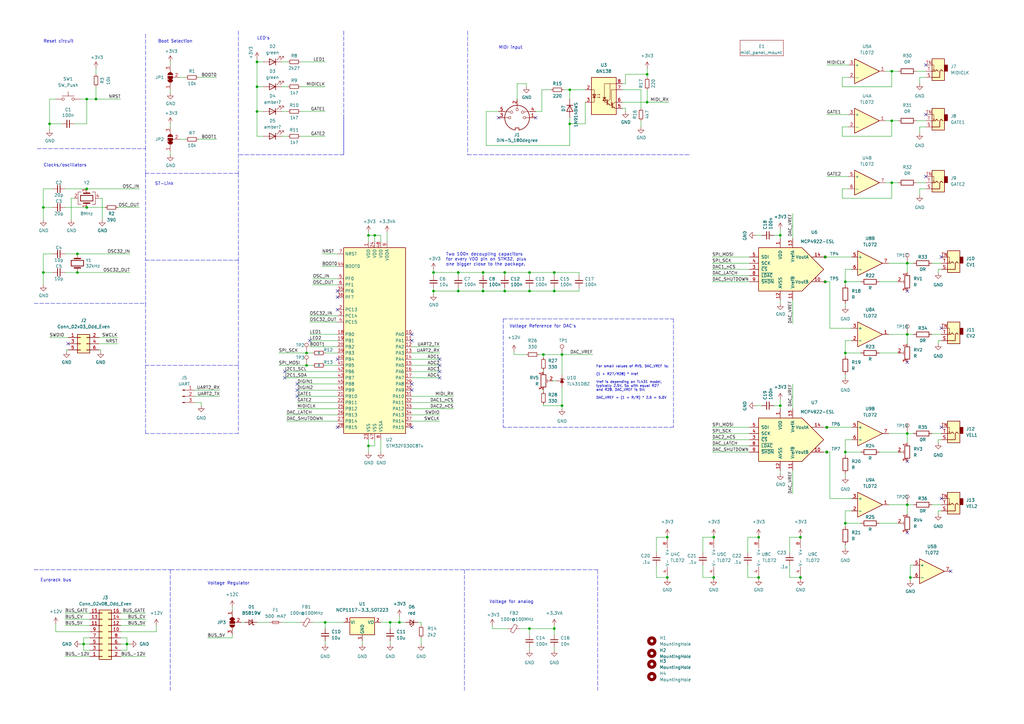
<source format=kicad_sch>
(kicad_sch (version 20211123) (generator eeschema)
  (paper "A3")
  (junction (at 160.02 255.27))
  (junction (at 372.11 107.95))
  (junction (at 105.41 45.72))
  (junction (at 17.78 85.09))
  (junction (at 198.12 111.76))
  (junction (at 133.35 255.27))
  (junction (at 39.37 40.64))
  (junction (at 338.455 105.41))
  (junction (at 125.73 144.78))
  (junction (at 311.15 220.345))
  (junction (at 328.295 220.345))
  (junction (at 338.455 115.57))
  (junction (at 346.71 214.63))
  (junction (at 339.09 175.26))
  (junction (at 227.33 257.81))
  (junction (at 52.07 264.16))
  (junction (at 320.04 166.37))
  (junction (at 292.735 220.345))
  (junction (at 273.685 220.345))
  (junction (at 372.11 177.8))
  (junction (at 373.38 236.855))
  (junction (at 273.685 236.855))
  (junction (at 105.41 35.56))
  (junction (at 227.33 119.38))
  (junction (at 207.01 119.38))
  (junction (at 207.01 111.76))
  (junction (at 34.29 264.16))
  (junction (at 217.17 119.38))
  (junction (at 346.71 115.57))
  (junction (at 17.78 111.76))
  (junction (at 187.96 111.76))
  (junction (at 365.76 74.93))
  (junction (at 372.11 207.01))
  (junction (at 31.75 104.14))
  (junction (at 372.11 137.16))
  (junction (at 151.13 182.88))
  (junction (at 230.505 166.37))
  (junction (at 328.295 236.855))
  (junction (at 105.41 25.4))
  (junction (at 365.76 29.21))
  (junction (at 233.68 50.8))
  (junction (at 35.56 40.64))
  (junction (at 217.17 111.76))
  (junction (at 292.735 236.855))
  (junction (at 125.73 149.86))
  (junction (at 320.04 96.52))
  (junction (at 151.13 96.52))
  (junction (at 153.67 96.52))
  (junction (at 227.33 111.76))
  (junction (at 346.71 185.42))
  (junction (at 163.83 255.27))
  (junction (at 346.71 144.78))
  (junction (at 35.56 77.47))
  (junction (at 233.68 36.83))
  (junction (at 198.12 119.38))
  (junction (at 339.09 185.42))
  (junction (at 265.43 41.91))
  (junction (at 230.505 145.415))
  (junction (at 187.96 119.38))
  (junction (at 265.43 30.48))
  (junction (at 365.76 49.53))
  (junction (at 31.75 111.76))
  (junction (at 311.15 236.855))
  (junction (at 20.32 50.8))
  (junction (at 177.8 119.38))
  (junction (at 217.17 257.81))
  (junction (at 35.56 85.09))
  (junction (at 177.8 111.76))
  (junction (at 222.885 145.415))
  (no_connect (at 372.11 148.59))
  (no_connect (at 168.91 157.48))
  (no_connect (at 204.47 48.26))
  (no_connect (at 138.43 147.32))
  (no_connect (at 138.43 119.38))
  (no_connect (at 372.11 119.38))
  (no_connect (at 379.73 46.99))
  (no_connect (at 372.11 218.44))
  (no_connect (at 27.94 140.97))
  (no_connect (at 168.91 137.16))
  (no_connect (at 379.73 72.39))
  (no_connect (at 138.43 175.26))
  (no_connect (at 180.34 154.94))
  (no_connect (at 168.91 175.26))
  (no_connect (at 138.43 121.92))
  (no_connect (at 180.34 149.86))
  (no_connect (at 389.89 234.315))
  (no_connect (at 121.92 162.56))
  (no_connect (at 168.91 139.7))
  (no_connect (at 386.08 175.26))
  (no_connect (at 372.11 189.23))
  (no_connect (at 386.08 204.47))
  (no_connect (at 116.84 154.94))
  (no_connect (at 379.73 26.67))
  (no_connect (at 168.91 160.02))
  (no_connect (at 121.92 157.48))
  (no_connect (at 116.84 152.4))
  (no_connect (at 219.71 48.26))
  (no_connect (at 127 139.7))
  (no_connect (at 138.43 127))
  (no_connect (at 180.34 152.4))
  (no_connect (at 386.08 134.62))
  (no_connect (at 386.08 105.41))
  (no_connect (at 180.34 147.32))
  (no_connect (at 121.92 160.02))
  (wire (pts (xy 198.12 111.76) (xy 198.12 113.03)))
  (wire (pts (xy 292.1 105.41) (xy 307.34 105.41)))
  (wire (pts (xy 121.92 162.56) (xy 138.43 162.56)))
  (wire (pts (xy 121.92 157.48) (xy 138.43 157.48)))
  (polyline (pts (xy 97.79 177.8) (xy 59.69 177.8)))
  (wire (pts (xy 382.27 107.95) (xy 386.08 107.95)))
  (wire (pts (xy 364.49 137.16) (xy 372.11 137.16)))
  (wire (pts (xy 317.5 166.37) (xy 320.04 166.37)))
  (wire (pts (xy 105.41 45.72) (xy 105.41 55.88)))
  (wire (pts (xy 256.54 44.45) (xy 256.54 45.72)))
  (wire (pts (xy 365.76 49.53) (xy 365.76 55.88)))
  (wire (pts (xy 95.25 250.19) (xy 95.25 248.92)))
  (wire (pts (xy 346.71 139.7) (xy 349.25 139.7)))
  (wire (pts (xy 123.19 25.4) (xy 133.35 25.4)))
  (wire (pts (xy 30.48 50.8) (xy 35.56 50.8)))
  (wire (pts (xy 26.67 111.76) (xy 31.75 111.76)))
  (wire (pts (xy 198.12 111.76) (xy 207.01 111.76)))
  (wire (pts (xy 117.475 170.18) (xy 138.43 170.18)))
  (wire (pts (xy 116.84 152.4) (xy 138.43 152.4)))
  (wire (pts (xy 292.1 180.34) (xy 307.34 180.34)))
  (wire (pts (xy 363.22 49.53) (xy 365.76 49.53)))
  (wire (pts (xy 217.17 111.76) (xy 227.33 111.76)))
  (wire (pts (xy 21.59 77.47) (xy 17.78 77.47)))
  (wire (pts (xy 377.19 31.75) (xy 379.73 31.75)))
  (wire (pts (xy 273.685 236.22) (xy 273.685 236.855)))
  (wire (pts (xy 105.41 255.27) (xy 110.49 255.27)))
  (wire (pts (xy 48.26 85.09) (xy 57.15 85.09)))
  (wire (pts (xy 346.71 115.57) (xy 346.71 116.84)))
  (wire (pts (xy 346.71 185.42) (xy 346.71 180.34)))
  (polyline (pts (xy 276.225 175.26) (xy 206.375 175.26)))
  (wire (pts (xy 160.02 262.89) (xy 160.02 264.16)))
  (wire (pts (xy 207.01 118.11) (xy 207.01 119.38)))
  (wire (pts (xy 177.8 119.38) (xy 187.96 119.38)))
  (wire (pts (xy 346.71 124.46) (xy 346.71 125.73)))
  (wire (pts (xy 34.29 266.7) (xy 36.83 266.7)))
  (wire (pts (xy 187.96 119.38) (xy 198.12 119.38)))
  (wire (pts (xy 17.78 111.76) (xy 17.78 116.84)))
  (wire (pts (xy 26.67 256.54) (xy 36.83 256.54)))
  (wire (pts (xy 222.25 36.83) (xy 226.06 36.83)))
  (wire (pts (xy 325.12 157.48) (xy 325.12 167.64)))
  (wire (pts (xy 233.68 50.8) (xy 233.68 48.26)))
  (wire (pts (xy 30.48 81.28) (xy 29.21 81.28)))
  (wire (pts (xy 151.13 96.52) (xy 153.67 96.52)))
  (wire (pts (xy 52.07 264.16) (xy 52.07 266.7)))
  (wire (pts (xy 41.275 143.51) (xy 40.64 143.51)))
  (wire (pts (xy 40.64 140.97) (xy 48.26 140.97)))
  (wire (pts (xy 168.91 154.94) (xy 180.34 154.94)))
  (polyline (pts (xy 59.69 71.12) (xy 59.69 60.96)))
  (wire (pts (xy 384.81 110.49) (xy 384.81 111.76)))
  (wire (pts (xy 217.17 118.11) (xy 217.17 119.38)))
  (wire (pts (xy 230.505 145.415) (xy 230.505 153.67)))
  (wire (pts (xy 153.67 182.88) (xy 151.13 182.88)))
  (wire (pts (xy 386.08 139.7) (xy 384.81 139.7)))
  (wire (pts (xy 306.705 236.855) (xy 311.15 236.855)))
  (wire (pts (xy 121.92 165.1) (xy 138.43 165.1)))
  (wire (pts (xy 222.885 165.735) (xy 222.885 166.37)))
  (wire (pts (xy 69.85 62.23) (xy 69.85 63.5)))
  (wire (pts (xy 128.27 116.84) (xy 138.43 116.84)))
  (wire (pts (xy 227.33 265.43) (xy 227.33 266.7)))
  (wire (pts (xy 346.71 194.31) (xy 346.71 195.58)))
  (wire (pts (xy 292.735 219.71) (xy 292.735 220.345)))
  (wire (pts (xy 39.37 40.64) (xy 49.53 40.64)))
  (wire (pts (xy 365.76 35.56) (xy 345.44 35.56)))
  (wire (pts (xy 20.32 138.43) (xy 27.94 138.43)))
  (wire (pts (xy 148.59 262.89) (xy 148.59 264.16)))
  (wire (pts (xy 125.73 149.86) (xy 114.3 149.86)))
  (wire (pts (xy 323.85 220.345) (xy 328.295 220.345)))
  (wire (pts (xy 365.76 74.93) (xy 363.22 74.93)))
  (wire (pts (xy 21.59 104.14) (xy 17.78 104.14)))
  (wire (pts (xy 339.09 72.39) (xy 347.98 72.39)))
  (wire (pts (xy 345.44 31.75) (xy 347.98 31.75)))
  (wire (pts (xy 105.41 24.13) (xy 105.41 25.4)))
  (wire (pts (xy 27.305 144.145) (xy 27.305 143.51)))
  (wire (pts (xy 128.27 255.27) (xy 133.35 255.27)))
  (wire (pts (xy 306.705 226.695) (xy 306.705 220.345)))
  (wire (pts (xy 115.57 45.72) (xy 118.11 45.72)))
  (wire (pts (xy 233.68 36.83) (xy 240.03 36.83)))
  (wire (pts (xy 220.98 145.415) (xy 222.885 145.415)))
  (wire (pts (xy 49.53 269.24) (xy 59.69 269.24)))
  (wire (pts (xy 156.21 255.27) (xy 160.02 255.27)))
  (wire (pts (xy 34.29 264.16) (xy 36.83 264.16)))
  (wire (pts (xy 265.43 30.48) (xy 265.43 31.75)))
  (wire (pts (xy 39.37 27.94) (xy 39.37 30.48)))
  (polyline (pts (xy 206.375 130.81) (xy 206.375 175.26)))
  (wire (pts (xy 168.91 147.32) (xy 180.34 147.32)))
  (wire (pts (xy 256.54 30.48) (xy 256.54 34.29)))
  (wire (pts (xy 99.06 255.27) (xy 100.33 255.27)))
  (wire (pts (xy 386.08 180.34) (xy 384.81 180.34)))
  (wire (pts (xy 115.57 35.56) (xy 118.11 35.56)))
  (wire (pts (xy 227.33 118.11) (xy 227.33 119.38)))
  (wire (pts (xy 292.1 177.8) (xy 307.34 177.8)))
  (wire (pts (xy 375.92 29.21) (xy 379.73 29.21)))
  (wire (pts (xy 372.11 137.16) (xy 372.11 140.97)))
  (wire (pts (xy 320.04 96.52) (xy 320.04 97.79)))
  (polyline (pts (xy 69.85 233.68) (xy 245.11 233.68)))
  (wire (pts (xy 346.71 144.78) (xy 346.71 146.05)))
  (wire (pts (xy 363.22 29.21) (xy 365.76 29.21)))
  (wire (pts (xy 233.68 36.83) (xy 233.68 40.64)))
  (wire (pts (xy 374.65 207.01) (xy 372.11 207.01)))
  (wire (pts (xy 151.13 96.52) (xy 151.13 95.25)))
  (wire (pts (xy 49.53 256.54) (xy 59.69 256.54)))
  (wire (pts (xy 227.33 257.81) (xy 227.33 260.35)))
  (wire (pts (xy 35.56 85.09) (xy 43.18 85.09)))
  (wire (pts (xy 365.76 74.93) (xy 368.3 74.93)))
  (polyline (pts (xy 97.79 149.86) (xy 97.79 177.8)))
  (wire (pts (xy 288.29 236.855) (xy 292.735 236.855)))
  (wire (pts (xy 364.49 207.01) (xy 372.11 207.01)))
  (wire (pts (xy 255.27 41.91) (xy 265.43 41.91)))
  (wire (pts (xy 384.81 139.7) (xy 384.81 140.97)))
  (wire (pts (xy 375.92 74.93) (xy 379.73 74.93)))
  (wire (pts (xy 339.09 26.67) (xy 347.98 26.67)))
  (wire (pts (xy 339.09 175.26) (xy 349.25 175.26)))
  (wire (pts (xy 374.65 177.8) (xy 372.11 177.8)))
  (wire (pts (xy 210.82 145.415) (xy 215.9 145.415)))
  (wire (pts (xy 29.21 81.28) (xy 29.21 90.17)))
  (wire (pts (xy 265.43 41.91) (xy 265.43 36.83)))
  (wire (pts (xy 168.91 152.4) (xy 180.34 152.4)))
  (wire (pts (xy 153.67 180.34) (xy 153.67 182.88)))
  (polyline (pts (xy 15.24 60.96) (xy 59.69 60.96)))
  (wire (pts (xy 201.93 257.81) (xy 208.28 257.81)))
  (wire (pts (xy 153.67 96.52) (xy 156.21 96.52)))
  (wire (pts (xy 338.455 115.57) (xy 340.36 115.57)))
  (wire (pts (xy 128.27 144.78) (xy 125.73 144.78)))
  (polyline (pts (xy 190.5 233.68) (xy 190.5 283.21)))
  (wire (pts (xy 311.15 236.855) (xy 311.15 237.49)))
  (wire (pts (xy 123.19 35.56) (xy 133.35 35.56)))
  (wire (pts (xy 127 139.7) (xy 138.43 139.7)))
  (wire (pts (xy 187.96 119.38) (xy 187.96 118.11)))
  (wire (pts (xy 80.01 160.02) (xy 90.17 160.02)))
  (wire (pts (xy 127 137.16) (xy 138.43 137.16)))
  (wire (pts (xy 222.885 145.415) (xy 230.505 145.415)))
  (polyline (pts (xy 59.69 177.8) (xy 59.69 170.18)))
  (wire (pts (xy 273.685 236.855) (xy 273.685 237.49)))
  (wire (pts (xy 177.8 119.38) (xy 177.8 120.65)))
  (wire (pts (xy 105.41 55.88) (xy 107.95 55.88)))
  (wire (pts (xy 368.3 144.78) (xy 360.68 144.78)))
  (wire (pts (xy 17.78 77.47) (xy 17.78 85.09)))
  (wire (pts (xy 311.15 220.345) (xy 311.15 220.98)))
  (wire (pts (xy 374.65 231.775) (xy 373.38 231.775)))
  (wire (pts (xy 31.75 104.14) (xy 26.67 104.14)))
  (wire (pts (xy 138.43 144.78) (xy 133.35 144.78)))
  (polyline (pts (xy 191.77 12.7) (xy 191.77 63.5)))
  (wire (pts (xy 364.49 107.95) (xy 372.11 107.95)))
  (wire (pts (xy 346.71 223.52) (xy 346.71 224.79)))
  (polyline (pts (xy 59.69 71.12) (xy 59.69 124.46)))
  (wire (pts (xy 132.08 109.22) (xy 138.43 109.22)))
  (wire (pts (xy 306.705 220.345) (xy 311.15 220.345)))
  (wire (pts (xy 347.98 77.47) (xy 345.44 77.47)))
  (wire (pts (xy 95.25 260.35) (xy 95.25 261.62)))
  (wire (pts (xy 105.41 35.56) (xy 107.95 35.56)))
  (wire (pts (xy 340.36 185.42) (xy 340.36 204.47)))
  (wire (pts (xy 49.53 259.08) (xy 64.135 259.08)))
  (wire (pts (xy 49.53 264.16) (xy 52.07 264.16)))
  (wire (pts (xy 372.11 177.8) (xy 372.11 181.61)))
  (wire (pts (xy 292.1 110.49) (xy 307.34 110.49)))
  (polyline (pts (xy 97.79 149.86) (xy 59.69 149.86)))
  (wire (pts (xy 365.76 29.21) (xy 365.76 35.56)))
  (wire (pts (xy 212.09 40.64) (xy 212.09 34.29)))
  (wire (pts (xy 328.295 236.855) (xy 328.295 237.49)))
  (wire (pts (xy 73.66 57.15) (xy 76.2 57.15)))
  (wire (pts (xy 269.24 236.855) (xy 273.685 236.855)))
  (wire (pts (xy 187.96 111.76) (xy 187.96 113.03)))
  (wire (pts (xy 207.01 111.76) (xy 217.17 111.76)))
  (wire (pts (xy 39.37 35.56) (xy 39.37 40.64)))
  (wire (pts (xy 309.88 96.52) (xy 312.42 96.52)))
  (wire (pts (xy 237.49 111.76) (xy 237.49 113.03)))
  (wire (pts (xy 69.85 36.83) (xy 69.85 38.1)))
  (wire (pts (xy 365.76 29.21) (xy 368.3 29.21)))
  (wire (pts (xy 105.41 25.4) (xy 105.41 35.56)))
  (wire (pts (xy 382.27 207.01) (xy 386.08 207.01)))
  (wire (pts (xy 320.04 163.83) (xy 320.04 166.37)))
  (wire (pts (xy 177.8 110.49) (xy 177.8 111.76)))
  (wire (pts (xy 168.91 167.64) (xy 186.055 167.64)))
  (wire (pts (xy 219.71 45.72) (xy 222.25 45.72)))
  (wire (pts (xy 292.735 220.345) (xy 292.735 220.98)))
  (wire (pts (xy 386.08 110.49) (xy 384.81 110.49)))
  (wire (pts (xy 292.735 236.855) (xy 292.735 237.49)))
  (wire (pts (xy 168.91 170.18) (xy 180.34 170.18)))
  (wire (pts (xy 210.82 144.145) (xy 210.82 145.415)))
  (wire (pts (xy 49.53 251.46) (xy 59.69 251.46)))
  (wire (pts (xy 364.49 177.8) (xy 372.11 177.8)))
  (wire (pts (xy 222.885 151.765) (xy 222.885 152.4)))
  (wire (pts (xy 222.885 145.415) (xy 222.885 146.685)))
  (wire (pts (xy 240.03 50.8) (xy 233.68 50.8)))
  (wire (pts (xy 115.57 255.27) (xy 123.19 255.27)))
  (wire (pts (xy 292.735 236.855) (xy 292.735 236.22)))
  (wire (pts (xy 227.33 256.54) (xy 227.33 257.81)))
  (wire (pts (xy 64.135 256.54) (xy 64.135 259.08)))
  (wire (pts (xy 373.38 236.855) (xy 374.65 236.855)))
  (wire (pts (xy 255.27 36.83) (xy 262.89 36.83)))
  (wire (pts (xy 26.67 77.47) (xy 35.56 77.47)))
  (wire (pts (xy 34.29 264.16) (xy 34.29 266.7)))
  (wire (pts (xy 20.32 40.64) (xy 20.32 50.8)))
  (wire (pts (xy 269.24 220.345) (xy 273.685 220.345)))
  (wire (pts (xy 323.85 231.775) (xy 323.85 236.855)))
  (wire (pts (xy 353.06 115.57) (xy 346.71 115.57)))
  (wire (pts (xy 133.35 262.89) (xy 133.35 264.16)))
  (wire (pts (xy 151.13 180.34) (xy 151.13 182.88)))
  (wire (pts (xy 22.86 255.905) (xy 22.86 259.08)))
  (wire (pts (xy 269.24 226.695) (xy 269.24 220.345)))
  (wire (pts (xy 52.07 264.16) (xy 53.34 264.16)))
  (wire (pts (xy 22.86 259.08) (xy 36.83 259.08)))
  (wire (pts (xy 346.71 180.34) (xy 349.25 180.34)))
  (wire (pts (xy 217.17 257.81) (xy 227.33 257.81)))
  (wire (pts (xy 368.3 214.63) (xy 360.68 214.63)))
  (wire (pts (xy 353.06 185.42) (xy 346.71 185.42)))
  (wire (pts (xy 168.91 144.78) (xy 180.34 144.78)))
  (wire (pts (xy 35.56 40.64) (xy 39.37 40.64)))
  (wire (pts (xy 227.33 119.38) (xy 237.49 119.38)))
  (wire (pts (xy 273.685 219.71) (xy 273.685 220.345)))
  (wire (pts (xy 255.27 44.45) (xy 256.54 44.45)))
  (wire (pts (xy 105.41 45.72) (xy 107.95 45.72)))
  (wire (pts (xy 81.28 31.75) (xy 88.9 31.75)))
  (wire (pts (xy 368.3 185.42) (xy 360.68 185.42)))
  (wire (pts (xy 340.36 204.47) (xy 349.25 204.47)))
  (polyline (pts (xy 140.97 63.5) (xy 140.97 46.99)))
  (wire (pts (xy 226.695 156.21) (xy 227.965 156.21)))
  (wire (pts (xy 163.83 252.73) (xy 163.83 255.27)))
  (wire (pts (xy 222.25 45.72) (xy 222.25 36.83)))
  (polyline (pts (xy 276.225 130.81) (xy 276.225 175.26)))
  (wire (pts (xy 317.5 96.52) (xy 320.04 96.52)))
  (wire (pts (xy 373.38 231.775) (xy 373.38 236.855)))
  (wire (pts (xy 52.07 266.7) (xy 49.53 266.7)))
  (wire (pts (xy 168.91 162.56) (xy 186.055 162.56)))
  (wire (pts (xy 33.02 264.16) (xy 34.29 264.16)))
  (wire (pts (xy 230.505 158.75) (xy 230.505 166.37)))
  (wire (pts (xy 320.04 166.37) (xy 320.04 167.64)))
  (wire (pts (xy 265.43 30.48) (xy 256.54 30.48)))
  (wire (pts (xy 237.49 119.38) (xy 237.49 118.11)))
  (wire (pts (xy 346.71 115.57) (xy 346.71 110.49)))
  (wire (pts (xy 34.29 261.62) (xy 34.29 264.16)))
  (wire (pts (xy 373.38 238.125) (xy 373.38 236.855)))
  (wire (pts (xy 49.53 254) (xy 59.69 254)))
  (wire (pts (xy 156.21 96.52) (xy 156.21 99.06)))
  (wire (pts (xy 345.44 55.88) (xy 345.44 52.07)))
  (wire (pts (xy 230.505 166.37) (xy 230.505 167.64)))
  (wire (pts (xy 138.43 149.86) (xy 133.35 149.86)))
  (polyline (pts (xy 59.69 124.46) (xy 59.69 170.18)))
  (wire (pts (xy 123.19 55.88) (xy 133.35 55.88)))
  (wire (pts (xy 339.09 46.99) (xy 347.98 46.99)))
  (wire (pts (xy 384.81 180.34) (xy 384.81 181.61)))
  (wire (pts (xy 328.295 219.71) (xy 328.295 220.345)))
  (wire (pts (xy 372.11 207.01) (xy 372.11 210.82)))
  (wire (pts (xy 339.09 185.42) (xy 340.36 185.42)))
  (wire (pts (xy 35.56 40.64) (xy 35.56 50.8)))
  (wire (pts (xy 340.36 134.62) (xy 349.25 134.62)))
  (wire (pts (xy 21.59 111.76) (xy 17.78 111.76)))
  (wire (pts (xy 340.36 115.57) (xy 340.36 134.62)))
  (wire (pts (xy 105.41 35.56) (xy 105.41 45.72)))
  (wire (pts (xy 346.71 110.49) (xy 349.25 110.49)))
  (wire (pts (xy 204.47 45.72) (xy 199.39 45.72)))
  (wire (pts (xy 168.91 165.1) (xy 186.055 165.1)))
  (wire (pts (xy 26.67 254) (xy 36.83 254)))
  (wire (pts (xy 25.4 50.8) (xy 20.32 50.8)))
  (wire (pts (xy 41.91 81.28) (xy 41.91 90.17)))
  (wire (pts (xy 338.455 105.41) (xy 349.25 105.41)))
  (wire (pts (xy 177.8 111.76) (xy 177.8 113.03)))
  (wire (pts (xy 325.12 193.04) (xy 325.12 202.565)))
  (wire (pts (xy 292.1 185.42) (xy 307.34 185.42)))
  (wire (pts (xy 365.76 81.28) (xy 365.76 74.93)))
  (wire (pts (xy 115.57 55.88) (xy 118.11 55.88)))
  (wire (pts (xy 222.885 160.02) (xy 222.885 160.655)))
  (wire (pts (xy 116.84 154.94) (xy 138.43 154.94)))
  (wire (pts (xy 269.24 231.775) (xy 269.24 236.855)))
  (wire (pts (xy 172.72 261.62) (xy 172.72 264.16)))
  (wire (pts (xy 337.82 185.42) (xy 339.09 185.42)))
  (wire (pts (xy 160.02 255.27) (xy 160.02 257.81)))
  (wire (pts (xy 201.93 256.54) (xy 201.93 257.81)))
  (wire (pts (xy 121.92 167.64) (xy 138.43 167.64)))
  (wire (pts (xy 256.54 34.29) (xy 255.27 34.29)))
  (wire (pts (xy 22.86 40.64) (xy 20.32 40.64)))
  (wire (pts (xy 27.305 143.51) (xy 27.94 143.51)))
  (wire (pts (xy 377.19 52.07) (xy 379.73 52.07)))
  (polyline (pts (xy 97.79 106.68) (xy 59.69 106.68)))
  (wire (pts (xy 292.1 107.95) (xy 307.34 107.95)))
  (wire (pts (xy 240.03 41.91) (xy 240.03 50.8)))
  (wire (pts (xy 168.91 149.86) (xy 180.34 149.86)))
  (wire (pts (xy 82.55 165.1) (xy 82.55 166.37)))
  (polyline (pts (xy 69.85 233.68) (xy 69.85 283.21)))
  (polyline (pts (xy 206.375 130.81) (xy 276.225 130.81)))
  (wire (pts (xy 171.45 255.27) (xy 172.72 255.27)))
  (wire (pts (xy 346.71 153.67) (xy 346.71 154.94)))
  (wire (pts (xy 105.41 25.4) (xy 107.95 25.4)))
  (wire (pts (xy 199.39 45.72) (xy 199.39 59.69)))
  (wire (pts (xy 133.35 255.27) (xy 133.35 257.81)))
  (wire (pts (xy 31.75 104.14) (xy 53.34 104.14)))
  (wire (pts (xy 26.67 269.24) (xy 36.83 269.24)))
  (wire (pts (xy 69.85 25.4) (xy 69.85 26.67)))
  (wire (pts (xy 227.33 111.76) (xy 227.33 113.03)))
  (wire (pts (xy 125.73 144.78) (xy 114.3 144.78)))
  (wire (pts (xy 217.17 119.38) (xy 227.33 119.38)))
  (wire (pts (xy 384.81 209.55) (xy 384.81 210.82)))
  (wire (pts (xy 382.27 177.8) (xy 386.08 177.8)))
  (wire (pts (xy 49.53 261.62) (xy 52.07 261.62)))
  (wire (pts (xy 217.17 111.76) (xy 217.17 113.03)))
  (wire (pts (xy 121.92 160.02) (xy 138.43 160.02)))
  (wire (pts (xy 127 129.54) (xy 138.43 129.54)))
  (wire (pts (xy 337.82 175.26) (xy 339.09 175.26)))
  (wire (pts (xy 292.1 115.57) (xy 307.34 115.57)))
  (wire (pts (xy 337.82 115.57) (xy 338.455 115.57)))
  (wire (pts (xy 345.44 77.47) (xy 345.44 81.28)))
  (wire (pts (xy 151.13 182.88) (xy 151.13 185.42)))
  (wire (pts (xy 379.73 77.47) (xy 377.19 77.47)))
  (wire (pts (xy 262.89 36.83) (xy 262.89 44.45)))
  (wire (pts (xy 127 132.08) (xy 138.43 132.08)))
  (wire (pts (xy 288.29 220.345) (xy 292.735 220.345)))
  (wire (pts (xy 123.19 45.72) (xy 133.35 45.72)))
  (wire (pts (xy 368.3 115.57) (xy 360.68 115.57)))
  (wire (pts (xy 160.02 255.27) (xy 163.83 255.27)))
  (wire (pts (xy 212.09 34.29) (xy 215.9 34.29)))
  (wire (pts (xy 81.28 57.15) (xy 88.9 57.15)))
  (wire (pts (xy 365.76 49.53) (xy 368.3 49.53)))
  (wire (pts (xy 80.01 162.56) (xy 90.17 162.56)))
  (wire (pts (xy 328.295 220.345) (xy 328.295 220.98)))
  (wire (pts (xy 320.04 93.98) (xy 320.04 96.52)))
  (wire (pts (xy 177.8 118.11) (xy 177.8 119.38)))
  (wire (pts (xy 213.36 257.81) (xy 217.17 257.81)))
  (wire (pts (xy 231.14 36.83) (xy 233.68 36.83)))
  (wire (pts (xy 325.12 123.19) (xy 325.12 132.715)))
  (wire (pts (xy 233.68 59.69) (xy 233.68 50.8)))
  (wire (pts (xy 292.1 113.03) (xy 307.34 113.03)))
  (wire (pts (xy 117.475 172.72) (xy 138.43 172.72)))
  (wire (pts (xy 158.75 99.06) (xy 158.75 95.25)))
  (wire (pts (xy 346.71 185.42) (xy 346.71 186.69)))
  (wire (pts (xy 217.17 257.81) (xy 217.17 260.35)))
  (wire (pts (xy 353.06 144.78) (xy 346.71 144.78)))
  (wire (pts (xy 311.15 236.22) (xy 311.15 236.855)))
  (wire (pts (xy 345.44 81.28) (xy 365.76 81.28)))
  (wire (pts (xy 288.29 226.695) (xy 288.29 220.345)))
  (wire (pts (xy 207.01 119.38) (xy 217.17 119.38)))
  (wire (pts (xy 372.11 107.95) (xy 372.11 111.76)))
  (wire (pts (xy 172.72 255.27) (xy 172.72 256.54)))
  (wire (pts (xy 35.56 40.64) (xy 33.02 40.64)))
  (wire (pts (xy 115.57 25.4) (xy 118.11 25.4)))
  (polyline (pts (xy 245.11 233.68) (xy 245.11 283.21)))
  (wire (pts (xy 328.295 236.22) (xy 328.295 236.855)))
  (wire (pts (xy 36.83 261.62) (xy 34.29 261.62)))
  (wire (pts (xy 73.66 31.75) (xy 76.2 31.75)))
  (wire (pts (xy 346.71 144.78) (xy 346.71 139.7)))
  (wire (pts (xy 20.32 50.8) (xy 20.32 53.34)))
  (wire (pts (xy 386.08 209.55) (xy 384.81 209.55)))
  (wire (pts (xy 40.64 138.43) (xy 48.26 138.43)))
  (wire (pts (xy 346.71 209.55) (xy 349.25 209.55)))
  (wire (pts (xy 227.33 111.76) (xy 237.49 111.76)))
  (wire (pts (xy 26.67 251.46) (xy 36.83 251.46)))
  (wire (pts (xy 198.12 119.38) (xy 198.12 118.11)))
  (wire (pts (xy 128.27 149.86) (xy 125.73 149.86)))
  (wire (pts (xy 31.75 111.76) (xy 53.34 111.76)))
  (polyline (pts (xy 191.77 63.5) (xy 283.21 63.5)))
  (wire (pts (xy 85.09 261.62) (xy 95.25 261.62)))
  (wire (pts (xy 168.91 142.24) (xy 180.34 142.24)))
  (wire (pts (xy 323.85 236.855) (xy 328.295 236.855)))
  (wire (pts (xy 273.685 220.345) (xy 273.685 220.98)))
  (wire (pts (xy 323.85 226.695) (xy 323.85 220.345)))
  (wire (pts (xy 217.17 265.43) (xy 217.17 266.7)))
  (wire (pts (xy 346.71 214.63) (xy 346.71 215.9)))
  (wire (pts (xy 365.76 55.88) (xy 345.44 55.88)))
  (wire (pts (xy 325.12 87.63) (xy 325.12 97.79)))
  (wire (pts (xy 207.01 111.76) (xy 207.01 113.03)))
  (wire (pts (xy 215.9 34.29) (xy 215.9 35.56)))
  (wire (pts (xy 127 142.24) (xy 138.43 142.24)))
  (wire (pts (xy 128.27 114.3) (xy 138.43 114.3)))
  (wire (pts (xy 337.82 105.41) (xy 338.455 105.41)))
  (wire (pts (xy 306.705 231.775) (xy 306.705 236.855)))
  (wire (pts (xy 265.43 27.94) (xy 265.43 30.48)))
  (wire (pts (xy 309.88 166.37) (xy 312.42 166.37)))
  (wire (pts (xy 377.19 34.29) (xy 377.19 31.75)))
  (wire (pts (xy 243.205 145.415) (xy 230.505 145.415)))
  (wire (pts (xy 52.07 261.62) (xy 52.07 264.16)))
  (wire (pts (xy 377.19 54.61) (xy 377.19 52.07)))
  (wire (pts (xy 292.1 175.26) (xy 307.34 175.26)))
  (wire (pts (xy 69.85 50.8) (xy 69.85 52.07)))
  (polyline (pts (xy 97.79 71.12) (xy 97.79 106.68)))
  (wire (pts (xy 40.64 81.28) (xy 41.91 81.28)))
  (wire (pts (xy 374.65 107.95) (xy 372.11 107.95)))
  (wire (pts (xy 26.67 85.09) (xy 35.56 85.09)))
  (wire (pts (xy 374.65 137.16) (xy 372.11 137.16)))
  (wire (pts (xy 35.56 77.47) (xy 57.15 77.47)))
  (wire (pts (xy 382.27 137.16) (xy 386.08 137.16)))
  (wire (pts (xy 41.275 143.51) (xy 41.275 144.145)))
  (wire (pts (xy 207.01 119.38) (xy 198.12 119.38)))
  (polyline (pts (xy 140.97 63.5) (xy 97.79 63.5)))
  (polyline (pts (xy 59.69 13.97) (xy 59.69 60.96)))
  (polyline (pts (xy 13.97 124.46) (xy 59.69 124.46)))
  (wire (pts (xy 222.885 166.37) (xy 230.505 166.37)))
  (polyline (pts (xy 97.79 71.12) (xy 59.69 71.12)))
  (wire (pts (xy 17.78 104.14) (xy 17.78 111.76)))
  (wire (pts (xy 345.44 52.07) (xy 347.98 52.07)))
  (wire (pts (xy 377.19 77.47) (xy 377.19 80.01)))
  (polyline (pts (xy 140.97 12.7) (xy 140.97 63.5)))
  (wire (pts (xy 187.96 111.76) (xy 198.12 111.76)))
  (wire (pts (xy 153.67 96.52) (xy 153.67 99.06)))
  (wire (pts (xy 346.71 214.63) (xy 346.71 209.55)))
  (wire (pts (xy 17.78 85.09) (xy 17.78 90.17)))
  (polyline (pts (xy 13.97 233.68) (xy 69.85 233.68)))
  (polyline (pts (xy 97.79 106.68) (xy 97.79 149.86)))
  (wire (pts (xy 132.08 104.14) (xy 138.43 104.14)))
  (polyline (pts (xy 97.79 12.7) (xy 97.79 71.12)))
  (wire (pts (xy 353.06 214.63) (xy 346.71 214.63)))
  (wire (pts (xy 21.59 85.09) (xy 17.78 85.09)))
  (wire (pts (xy 151.13 99.06) (xy 151.13 96.52)))
  (wire (pts (xy 345.44 35.56) (xy 345.44 31.75)))
  (wire (pts (xy 168.91 172.72) (xy 180.34 172.72)))
  (wire (pts (xy 177.8 111.76) (xy 187.96 111.76)))
  (wire (pts (xy 311.15 219.71) (xy 311.15 220.345)))
  (wire (pts (xy 375.92 49.53) (xy 379.73 49.53)))
  (wire (pts (xy 199.39 59.69) (xy 233.68 59.69)))
  (wire (pts (xy 163.83 255.27) (xy 166.37 255.27)))
  (wire (pts (xy 265.43 41.91) (xy 274.32 41.91)))
  (wire (pts (xy 288.29 231.775) (xy 288.29 236.855)))
  (wire (pts (xy 320.04 193.04) (xy 320.04 194.31)))
  (wire (pts (xy 262.89 49.53) (xy 262.89 52.07)))
  (wire (pts (xy 320.04 123.19) (xy 320.04 124.46)))
  (wire (pts (xy 80.01 165.1) (xy 82.55 165.1)))
  (wire (pts (xy 133.35 255.27) (xy 140.97 255.27)))
  (wire (pts (xy 156.21 180.34) (xy 156.21 185.42)))
  (wire (pts (xy 292.1 182.88) (xy 307.34 182.88)))
  (text "ST-Link" (at 63.5 76.2 0) (effects (font (size 1.27 1.27)) (justify left bottom)))
  (text "Voltage Regulator" (at 85.09 240.03 0) (effects (font (size 1.27 1.27)) (justify left bottom)))
  (text "Eurorack bus" (at 16.51 238.76 0) (effects (font (size 1.27 1.27)) (justify left bottom)))
  (text "References:\n\nhttp://midi-and-more.de/stm32-usbmidicom.htm" (at 459.74 34.29 0) (effects (font (size 1.27 1.27)) (justify left bottom)))
  (text "MIDI input\n" (at 204.47 20.32 0) (effects (font (size 1.27 1.27)) (justify left bottom)))
  (text "Reset circuit" (at 17.78 17.78 0) (effects (font (size 1.27 1.27)) (justify left bottom)))
  (text "Voltage Reference for DAC's" (at 208.915 134.62 0) (effects (font (size 1.27 1.27)) (justify left bottom)))
  (text "LED's" (at 105.41 16.51 0) (effects (font (size 1.27 1.27)) (justify left bottom)))
  (text "Boot Selection" (at 64.77 17.78 0) (effects (font (size 1.27 1.27)) (justify left bottom)))
  (text "Clocks/oscillators" (at 17.78 68.58 0) (effects (font (size 1.27 1.27)) (justify left bottom)))
  (text "Two 100n decoupling capacitors\nfor every VDD pin on STM32, plus\none bigger close to the package." (at 182.88 109.22 0) (effects (font (size 1.27 1.27)) (justify left bottom)))
  (text "For small values of RV5, DAC_VREF is:\n\n(1 + R27/R28) * Vref\n\nVref is depending on TL431 model,\ntypically 2.5V. So with equal R27\nand R28, DAC_VREF is 5V:\n\nDAC_VREF = (1 + R/R) * 2.5 = 5.0V" (at 244.475 163.83 0) (effects (font (size 1 1)) (justify left bottom)))
  (text "Voltage for analog" (at 200.66 247.65 0) (effects (font (size 1.27 1.27)) (justify left bottom)))
  (label "NRST" (at 48.26 140.97 180))
  (label "UART2_TX" (at 90.17 162.56 180))
  (label "OSC32_IN" (at 127 129.54 0))
  (label "SPI_SCK" (at 292.1 107.95 0))
  (label "LED2" (at 127 139.7 0))
  (label "DAC_SHUTDOWN" (at 292.1 115.57 0))
  (label "GATE1" (at 339.09 46.99 0))
  (label "DAC_VREF" (at 325.12 202.565 90))
  (label "SWDIO" (at 20.32 138.43 0))
  (label "SPI_MOSI" (at 292.1 105.41 0))
  (label "DAC1_nCS" (at 186.055 165.1 180))
  (label "DIGIN2" (at 121.92 160.02 0))
  (label "BUS_CV" (at 59.69 254 180))
  (label "OSC32_OUT" (at 127 132.08 0))
  (label "MIDI_RX" (at 274.32 41.91 180))
  (label "MIDI_RX" (at 186.055 162.56 180))
  (label "OSC_OUT" (at 128.27 116.84 0))
  (label "OSC_IN" (at 57.15 77.47 180))
  (label "OSC32_IN" (at 53.34 104.14 180))
  (label "NRST" (at 49.53 40.64 180))
  (label "ADC1" (at 180.34 147.32 180))
  (label "OSC_OUT" (at 57.15 85.09 180))
  (label "MIDICLK" (at 121.92 167.64 0))
  (label "ADC2" (at 180.34 149.86 180))
  (label "GATE1" (at 133.35 45.72 180))
  (label "BUS_5V" (at 59.69 256.54 180))
  (label "MIDICLK" (at 339.09 26.67 0))
  (label "DAC_LATCH" (at 292.1 182.88 0))
  (label "UART2_RX" (at 90.17 160.02 180))
  (label "BUS_-12V" (at 26.67 269.24 0))
  (label "BOOT0" (at 88.9 31.75 180))
  (label "GATE2" (at 133.35 55.88 180))
  (label "OSC_IN" (at 128.27 114.3 0))
  (label "DAC_VREF" (at 325.12 87.63 270))
  (label "ADC3" (at 180.34 152.4 180))
  (label "BUS_GATE" (at 26.67 251.46 0))
  (label "BUS_5V" (at 85.09 261.62 0))
  (label "UART2_RX" (at 180.34 144.78 180))
  (label "BUS_-12V" (at 59.69 269.24 180))
  (label "SWCLK" (at 48.26 138.43 180))
  (label "DAC_VREF" (at 325.12 157.48 270))
  (label "SPI_SCK" (at 114.3 144.78 0))
  (label "DAC2_nCS" (at 292.1 180.34 0))
  (label "NRST" (at 132.08 104.14 0))
  (label "ADC4" (at 180.34 154.94 180))
  (label "GATE2" (at 121.92 165.1 0))
  (label "DAC_SHUTDOWN" (at 292.1 185.42 0))
  (label "DIGIN1" (at 121.92 157.48 0))
  (label "MIDICLK" (at 133.35 35.56 180))
  (label "OSC32_OUT" (at 53.34 111.76 180))
  (label "DAC1_nCS" (at 292.1 110.49 0))
  (label "GATE1" (at 121.92 162.56 0))
  (label "SPI_MOSI" (at 114.3 149.86 0))
  (label "DAC_LATCH" (at 117.475 170.18 0))
  (label "BOOT1" (at 127 142.24 0))
  (label "I2C1_SCL" (at 116.84 152.4 0))
  (label "BOOT0" (at 132.08 109.22 0))
  (label "I2C1_SDA" (at 116.84 154.94 0))
  (label "DAC_VREF" (at 325.12 132.715 90))
  (label "DAC2_nCS" (at 186.055 167.64 180))
  (label "LED1" (at 133.35 25.4 180))
  (label "GATE2" (at 339.09 72.39 0))
  (label "BUS_GATE" (at 59.69 251.46 180))
  (label "SWDIO" (at 180.34 170.18 180))
  (label "DAC_VREF" (at 243.205 145.415 180))
  (label "UART2_TX" (at 180.34 142.24 180))
  (label "BOOT1" (at 88.9 57.15 180))
  (label "DAC_LATCH" (at 292.1 113.03 0))
  (label "SPI_SCK" (at 292.1 177.8 0))
  (label "DAC_SHUTDOWN" (at 117.475 172.72 0))
  (label "SPI_MOSI" (at 292.1 175.26 0))
  (label "BUS_CV" (at 26.67 254 0))
  (label "SWCLK" (at 180.34 172.72 180))
  (label "LED1" (at 127 137.16 0))
  (label "BUS_5V" (at 26.67 256.54 0))
  (symbol (lib_id "Connector:DIN-5_180degree") (at 212.09 48.26 0) (mirror y) (unit 1)
    (property "Reference" "J1" (at 212.09 55.245 0))
    (property "Value" "DIN-5_180degree" (at 212.09 57.5564 0))
    (property "Footprint" "Connector_PinHeader_2.54mm:PinHeader_1x05_P2.54mm_Vertical" (effects hide))
    (property "Datasheet" "http://www.mouser.com/ds/2/18/40_c091_abd_e-75918.pdf" (effects hide))
  )
  (symbol (lib_id "Device:C_Small") (at 24.13 77.47 270) (unit 1)
    (property "Reference" "C2" (at 24.13 74.93 90))
    (property "Value" "20p" (at 24.13 80.01 90))
    (property "Footprint" "Capacitor_SMD:C_0603_1608Metric" (effects hide))
  )
  (symbol (lib_id "Device:C_Small") (at 24.13 85.09 270) (unit 1)
    (property "Reference" "C3" (at 24.13 82.55 90))
    (property "Value" "20p" (at 24.13 87.63 90))
    (property "Footprint" "Capacitor_SMD:C_0603_1608Metric" (effects hide))
  )
  (symbol (lib_id "power:GND") (at 17.78 90.17 0) (unit 1)
    (property "Reference" "#PWR0101" (effects hide))
    (property "Value" "GND" (at 17.907 94.5642 0))
  )
  (symbol (lib_id "power:GND") (at 20.32 53.34 0) (unit 1)
    (property "Reference" "#PWR0102" (effects hide))
    (property "Value" "GND" (at 20.447 57.7342 0))
  )
  (symbol (lib_id "Device:C_Small") (at 27.94 50.8 270) (unit 1)
    (property "Reference" "C1" (at 27.94 44.9834 90))
    (property "Value" "100n" (at 27.94 47.2948 90))
    (property "Footprint" "Capacitor_SMD:C_0603_1608Metric" (effects hide))
  )
  (symbol (lib_id "Device:R_Small") (at 78.74 31.75 270) (unit 1)
    (property "Reference" "R1" (at 78.74 29.21 90))
    (property "Value" "10k" (at 78.74 34.29 90))
    (property "Footprint" "Resistor_SMD:R_0603_1608Metric" (effects hide))
  )
  (symbol (lib_id "power:GND") (at 69.85 38.1 0) (unit 1)
    (property "Reference" "#PWR0103" (effects hide))
    (property "Value" "GND" (at 69.977 42.4942 0))
  )
  (symbol (lib_id "power:GND") (at 151.13 185.42 0) (unit 1)
    (property "Reference" "#PWR0105" (effects hide))
    (property "Value" "GND" (at 151.257 189.8142 0))
  )
  (symbol (lib_id "power:+3V3") (at 151.13 95.25 0) (unit 1)
    (property "Reference" "#PWR0106" (effects hide))
    (property "Value" "+3V3" (at 151.511 90.8558 0))
  )
  (symbol (lib_id "Device:R_Small") (at 45.72 85.09 90) (unit 1)
    (property "Reference" "R2" (at 45.72 87.63 90))
    (property "Value" "390" (at 45.72 90.17 90))
    (property "Footprint" "Resistor_SMD:R_0603_1608Metric" (effects hide))
  )
  (symbol (lib_id "power:+3V3") (at 177.8 110.49 0) (unit 1)
    (property "Reference" "#PWR0112" (effects hide))
    (property "Value" "+3V3" (at 178.181 106.0958 0))
  )
  (symbol (lib_id "power:GND") (at 177.8 120.65 0) (unit 1)
    (property "Reference" "#PWR0113" (effects hide))
    (property "Value" "GND" (at 177.927 125.0442 0))
  )
  (symbol (lib_id "Device:C_Small") (at 177.8 115.57 180) (unit 1)
    (property "Reference" "C6" (at 180.1368 114.4016 0) (effects (justify right)))
    (property "Value" "10u" (at 180.1368 116.713 0) (effects (justify right)))
    (property "Footprint" "Capacitor_SMD:C_0805_2012Metric" (effects hide))
  )
  (symbol (lib_id "Device:C_Small") (at 187.96 115.57 180) (unit 1)
    (property "Reference" "C7" (at 190.2968 114.4016 0) (effects (justify right)))
    (property "Value" "100n" (at 190.2968 116.713 0) (effects (justify right)))
    (property "Footprint" "Capacitor_SMD:C_0603_1608Metric" (effects hide))
  )
  (symbol (lib_id "Device:C_Small") (at 198.12 115.57 180) (unit 1)
    (property "Reference" "C8" (at 200.4568 114.4016 0) (effects (justify right)))
    (property "Value" "100n" (at 200.4568 116.713 0) (effects (justify right)))
    (property "Footprint" "Capacitor_SMD:C_0603_1608Metric" (effects hide))
  )
  (symbol (lib_id "Device:C_Small") (at 160.02 260.35 0) (unit 1)
    (property "Reference" "C11" (at 162.56 259.0862 0) (effects (justify left)))
    (property "Value" "10u" (at 162.56 261.6262 0) (effects (justify left)))
    (property "Footprint" "Capacitor_SMD:C_0805_2012Metric" (effects hide))
  )
  (symbol (lib_id "power:GND") (at 377.19 34.29 0) (unit 1)
    (property "Reference" "#PWR0127" (effects hide))
    (property "Value" "GND" (at 377.19 39.37 0))
  )
  (symbol (lib_id "Device:R_Potentiometer_Trim") (at 372.11 214.63 0) (mirror y) (unit 1)
    (property "Reference" "RV4" (at 374.65 213.3599 0) (effects (justify right)))
    (property "Value" "R" (at 374.65 215.8999 0) (effects (justify right)))
    (property "Footprint" "Potentiometer_SMD:Potentiometer_Bourns_TC33X_Vertical" (effects hide))
  )
  (symbol (lib_id "Device:C_Small") (at 314.96 96.52 270) (unit 1)
    (property "Reference" "C18" (at 313.7916 94.1832 0) (effects (justify right)))
    (property "Value" "100n" (at 316.103 94.1832 0) (effects (justify right)))
    (property "Footprint" "Capacitor_SMD:C_0603_1608Metric" (effects hide))
  )
  (symbol (lib_id "Device:D_Schottky_Small") (at 102.87 255.27 180) (unit 1)
    (property "Reference" "D1" (at 103.124 248.92 0))
    (property "Value" "B5819W" (at 103.124 251.46 0))
    (property "Footprint" "Diode_SMD:D_SOD-123" (effects hide))
  )
  (symbol (lib_id "Connector:TestPoint_Small") (at 338.455 115.57 0) (unit 1)
    (property "Reference" "TP5" (at 340.36 114.2999 0) (effects (justify left)))
    (property "Value" "TestPoint_Small" (effects hide))
    (property "Footprint" "TestPoint:TestPoint_Pad_D1.5mm" (effects hide))
  )
  (symbol (lib_id "Regulator_Linear:NCP1117-3.3_SOT223") (at 148.59 255.27 0) (unit 1)
    (property "Reference" "U1" (at 148.59 247.65 0))
    (property "Value" "NCP1117-3.3_SOT223" (at 148.59 250.19 0))
    (property "Footprint" "Package_TO_SOT_SMD:SOT-223-3_TabPin2" (effects hide))
    (property "Datasheet" "http://www.onsemi.com/pub_link/Collateral/NCP1117-D.PDF" (effects hide))
  )
  (symbol (lib_id "Device:R") (at 356.87 185.42 90) (unit 1)
    (property "Reference" "R24" (at 356.87 182.88 90))
    (property "Value" "R" (at 356.87 187.96 90))
    (property "Footprint" "Resistor_SMD:R_0603_1608Metric" (effects hide))
  )
  (symbol (lib_id "Mechanical:MountingHole") (at 267.335 272.415 0) (unit 1)
    (property "Reference" "H3" (at 270.51 271.1449 0) (effects (justify left)))
    (property "Value" "MountingHole" (at 270.51 273.6849 0) (effects (justify left)))
    (property "Footprint" "MountingHole:MountingHole_3.2mm_M3" (effects hide))
  )
  (symbol (lib_id "Device:C_Small") (at 133.35 260.35 0) (unit 1)
    (property "Reference" "C10" (at 135.89 259.0862 0) (effects (justify left)))
    (property "Value" "10u" (at 135.89 261.6262 0) (effects (justify left)))
    (property "Footprint" "Capacitor_SMD:C_0805_2012Metric" (effects hide))
  )
  (symbol (lib_id "Device:R") (at 346.71 190.5 180) (unit 1)
    (property "Reference" "R20" (at 349.25 189.2299 0) (effects (justify right)))
    (property "Value" "R" (at 349.25 191.7699 0) (effects (justify right)))
    (property "Footprint" "Resistor_SMD:R_0603_1608Metric" (effects hide))
  )
  (symbol (lib_id "Device:R") (at 356.87 115.57 90) (unit 1)
    (property "Reference" "R22" (at 356.87 113.03 90))
    (property "Value" "R" (at 356.87 118.11 90))
    (property "Footprint" "Resistor_SMD:R_0603_1608Metric" (effects hide))
  )
  (symbol (lib_id "power:GND") (at 273.685 237.49 0) (unit 1)
    (property "Reference" "#PWR0158" (effects hide))
    (property "Value" "GND" (at 273.685 241.935 0))
  )
  (symbol (lib_id "power:+3V3") (at 265.43 27.94 0) (unit 1)
    (property "Reference" "#PWR0117" (effects hide))
    (property "Value" "+3V3" (at 265.43 22.86 0))
  )
  (symbol (lib_id "Connector_Generic:Conn_02x03_Odd_Even") (at 33.02 140.97 0) (unit 1)
    (property "Reference" "J2" (at 34.29 131.445 0))
    (property "Value" "Conn_02x03_Odd_Even" (at 34.29 133.985 0))
    (property "Footprint" "Connector_PinHeader_2.54mm:PinHeader_2x03_P2.54mm_Vertical" (effects hide))
  )
  (symbol (lib_id "power:+3.3VA") (at 227.33 256.54 0) (unit 1)
    (property "Reference" "#PWR0149" (effects hide))
    (property "Value" "+3.3VA" (at 227.33 251.46 0))
  )
  (symbol (lib_id "power:+3V3") (at 311.15 219.71 0) (unit 1)
    (property "Reference" "#PWR0162" (effects hide))
    (property "Value" "+3V3" (at 311.15 213.995 0))
  )
  (symbol (lib_id "Amplifier_Operational:TL072") (at 356.87 177.8 0) (unit 2)
    (property "Reference" "U9" (at 356.87 167.64 0))
    (property "Value" "TL072" (at 356.87 170.18 0))
    (property "Footprint" "Package_SO:SOIC-8_3.9x4.9mm_P1.27mm" (effects hide))
    (property "Datasheet" "http://www.ti.com/lit/ds/symlink/tl071.pdf" (effects hide))
  )
  (symbol (lib_id "Device:C_Small") (at 314.96 166.37 270) (unit 1)
    (property "Reference" "C19" (at 313.7916 164.0332 0) (effects (justify right)))
    (property "Value" "100n" (at 316.103 164.0332 0) (effects (justify right)))
    (property "Footprint" "Capacitor_SMD:C_0603_1608Metric" (effects hide))
  )
  (symbol (lib_id "Reference_Voltage:TL431DBZ") (at 230.505 156.21 90) (unit 1)
    (property "Reference" "U10" (at 232.41 154.9399 90) (effects (justify right)))
    (property "Value" "TL431DBZ" (at 232.41 157.4799 90) (effects (justify right)))
    (property "Footprint" "Package_TO_SOT_SMD:SOT-23" (effects hide))
    (property "Datasheet" "http://www.ti.com/lit/ds/symlink/tl431.pdf" (effects hide))
  )
  (symbol (lib_id "power:GND") (at 160.02 264.16 0) (unit 1)
    (property "Reference" "#PWR0151" (effects hide))
    (property "Value" "GND" (at 160.02 269.24 0))
  )
  (symbol (lib_id "Amplifier_Operational:TL072") (at 355.6 74.93 0) (unit 2)
    (property "Reference" "U4" (at 355.6 64.77 0))
    (property "Value" "TL072" (at 355.6 67.31 0))
    (property "Footprint" "Package_SO:SOIC-8_3.9x4.9mm_P1.27mm" (effects hide))
    (property "Datasheet" "http://www.ti.com/lit/ds/symlink/tl071.pdf" (effects hide))
  )
  (symbol (lib_id "Connector:AudioJack2_SwitchT") (at 391.16 177.8 180) (unit 1)
    (property "Reference" "J12" (at 396.24 175.8949 0) (effects (justify right)))
    (property "Value" "VEL1" (at 396.24 178.4349 0) (effects (justify right)))
    (property "Footprint" "Connector_Audio:Jack_3.5mm_QingPu_WQP-PJ398SM_Vertical_CircularHoles" (effects hide))
  )
  (symbol (lib_id "power:GND") (at 346.71 154.94 0) (unit 1)
    (property "Reference" "#PWR0125" (effects hide))
    (property "Value" "GND" (at 346.71 160.02 0))
  )
  (symbol (lib_id "Jumper:SolderJumper_3_Bridged12") (at 69.85 57.15 90) (unit 1)
    (property "Reference" "JP2" (at 67.31 57.1499 90) (effects (justify left)))
    (property "Value" "SolderJumper_3_Bridged12" (effects hide))
    (property "Footprint" "Jumper:SolderJumper-3_P1.3mm_Bridged12_Pad1.0x1.5mm" (effects hide))
  )
  (symbol (lib_id "Device:C_Small") (at 24.13 104.14 270) (unit 1)
    (property "Reference" "C4" (at 24.13 101.6 90))
    (property "Value" "10p" (at 24.13 106.68 90))
    (property "Footprint" "Capacitor_SMD:C_0603_1608Metric" (effects hide))
  )
  (symbol (lib_id "power:+3V3") (at 69.85 25.4 0) (unit 1)
    (property "Reference" "#PWR0139" (effects hide))
    (property "Value" "+3V3" (at 70.231 21.0058 0))
  )
  (symbol (lib_id "power:GND") (at 311.15 237.49 0) (unit 1)
    (property "Reference" "#PWR0164" (effects hide))
    (property "Value" "GND" (at 311.15 241.935 0))
  )
  (symbol (lib_id "Connector:AudioJack2_SwitchT") (at 391.16 137.16 180) (unit 1)
    (property "Reference" "J11" (at 396.24 135.2549 0) (effects (justify right)))
    (property "Value" "CV2" (at 396.24 137.7949 0) (effects (justify right)))
    (property "Footprint" "Connector_Audio:Jack_3.5mm_QingPu_WQP-PJ398SM_Vertical_CircularHoles" (effects hide))
  )
  (symbol (lib_id "Amplifier_Operational:TL072") (at 330.835 228.6 0) (unit 3)
    (property "Reference" "U9" (at 333.375 227.33 0))
    (property "Value" "TL072" (at 333.375 229.87 0))
    (property "Footprint" "Package_SO:SOIC-8_3.9x4.9mm_P1.27mm" (effects hide))
    (property "Datasheet" "http://www.ti.com/lit/ds/symlink/tl071.pdf" (effects hide))
  )
  (symbol (lib_id "Device:R_Small") (at 130.81 149.86 90) (unit 1)
    (property "Reference" "R13" (at 134.62 148.59 90))
    (property "Value" "0" (at 130.81 149.86 90) (effects (font (size 0.8 0.8))))
    (property "Footprint" "Resistor_SMD:R_0603_1608Metric" (effects hide))
  )
  (symbol (lib_id "Device:R") (at 372.11 29.21 90) (unit 1)
    (property "Reference" "R30" (at 372.11 22.86 90))
    (property "Value" "0R" (at 372.11 25.4 90))
    (property "Footprint" "Resistor_SMD:R_0603_1608Metric" (effects hide))
  )
  (symbol (lib_id "Device:FerriteBead_Small") (at 125.73 255.27 90) (unit 1)
    (property "Reference" "FB1" (at 125.6919 248.92 90))
    (property "Value" "100r@100MHz" (at 125.6919 251.46 90))
    (property "Footprint" "Inductor_SMD:L_0805_2012Metric" (effects hide))
  )
  (symbol (lib_id "Connector_Generic:Conn_02x08_Odd_Even") (at 41.91 261.62 0) (mirror x) (unit 1)
    (property "Reference" "J3" (at 43.18 245.11 0))
    (property "Value" "Conn_02x08_Odd_Even" (at 43.18 247.65 0))
    (property "Footprint" "Connector_PinHeader_2.54mm:PinHeader_2x08_P2.54mm_Vertical" (effects hide))
  )
  (symbol (lib_id "MCU_ST_STM32F0:STM32F030C8Tx") (at 153.67 139.7 0) (unit 1)
    (property "Reference" "U2" (at 158.2294 180.34 0) (effects (justify left)))
    (property "Value" "STM32F030C8Tx" (at 158.2294 182.88 0) (effects (justify left)))
    (property "Footprint" "Package_QFP:LQFP-48_7x7mm_P0.5mm" (effects hide))
    (property "Datasheet" "http://www.st.com/st-web-ui/static/active/en/resource/technical/document/datasheet/DM00088500.pdf" (effects hide))
  )
  (symbol (lib_id "power:GND") (at 346.71 125.73 0) (unit 1)
    (property "Reference" "#PWR0124" (effects hide))
    (property "Value" "GND" (at 346.71 130.81 0))
  )
  (symbol (lib_id "Device:C_Small") (at 306.705 229.235 0) (mirror x) (unit 1)
    (property "Reference" "C22" (at 304.165 227.9585 0) (effects (justify right)))
    (property "Value" ".1u" (at 304.165 230.4985 0) (effects (justify right)))
    (property "Footprint" "Capacitor_SMD:C_0603_1608Metric" (effects hide))
  )
  (symbol (lib_id "power:GND") (at 373.38 238.125 0) (mirror y) (unit 1)
    (property "Reference" "#PWR0160" (effects hide))
    (property "Value" "GND" (at 373.38 242.57 0))
  )
  (symbol (lib_id "power:GND") (at 384.81 210.82 0) (unit 1)
    (property "Reference" "#PWR0109" (effects hide))
    (property "Value" "GND" (at 384.81 215.9 0))
  )
  (symbol (lib_id "Device:R") (at 378.46 137.16 90) (unit 1)
    (property "Reference" "R34" (at 378.46 134.62 90))
    (property "Value" "0R" (at 378.46 139.7 90))
    (property "Footprint" "Resistor_SMD:R_0603_1608Metric" (effects hide))
  )
  (symbol (lib_id "Device:R_Potentiometer_Trim") (at 372.11 144.78 0) (mirror y) (unit 1)
    (property "Reference" "RV2" (at 374.65 143.5099 0) (effects (justify right)))
    (property "Value" "R" (at 374.65 146.0499 0) (effects (justify right)))
    (property "Footprint" "Potentiometer_SMD:Potentiometer_Bourns_TC33X_Vertical" (effects hide))
  )
  (symbol (lib_id "Device:R") (at 346.71 219.71 180) (unit 1)
    (property "Reference" "R21" (at 349.25 218.4399 0) (effects (justify right)))
    (property "Value" "R" (at 349.25 220.9799 0) (effects (justify right)))
    (property "Footprint" "Resistor_SMD:R_0603_1608Metric" (effects hide))
  )
  (symbol (lib_id "power:GND") (at 292.735 237.49 0) (unit 1)
    (property "Reference" "#PWR0166" (effects hide))
    (property "Value" "GND" (at 292.735 241.935 0))
  )
  (symbol (lib_id "power:GND") (at 230.505 167.64 0) (unit 1)
    (property "Reference" "#PWR02" (effects hide))
    (property "Value" "GND" (at 230.505 172.72 0))
  )
  (symbol (lib_id "Device:LED_Small") (at 168.91 255.27 180) (unit 1)
    (property "Reference" "D6" (at 168.8465 248.92 0))
    (property "Value" "red" (at 168.8465 251.46 0))
    (property "Footprint" "LED_SMD:LED_0603_1608Metric" (effects hide))
  )
  (symbol (lib_id "Device:R") (at 356.87 144.78 90) (unit 1)
    (property "Reference" "R23" (at 356.87 142.24 90))
    (property "Value" "R" (at 356.87 147.32 90))
    (property "Footprint" "Resistor_SMD:R_0603_1608Metric" (effects hide))
  )
  (symbol (lib_id "Connector:TestPoint_Small") (at 338.455 105.41 0) (unit 1)
    (property "Reference" "TP4" (at 340.36 104.1399 0) (effects (justify left)))
    (property "Value" "TestPoint_Small" (effects hide))
    (property "Footprint" "TestPoint:TestPoint_Pad_D1.5mm" (effects hide))
  )
  (symbol (lib_id "power:GND") (at 309.88 166.37 270) (unit 1)
    (property "Reference" "#PWR0123" (effects hide))
    (property "Value" "GND" (at 305.4858 166.497 0))
  )
  (symbol (lib_id "Device:R") (at 378.46 107.95 90) (unit 1)
    (property "Reference" "R33" (at 378.46 105.41 90))
    (property "Value" "0R" (at 378.46 110.49 90))
    (property "Footprint" "Resistor_SMD:R_0603_1608Metric" (effects hide))
  )
  (symbol (lib_id "power:+3V3") (at 292.735 219.71 0) (unit 1)
    (property "Reference" "#PWR0165" (effects hide))
    (property "Value" "+3V3" (at 292.735 213.995 0))
  )
  (symbol (lib_id "Device:R_Small") (at 78.74 57.15 270) (unit 1)
    (property "Reference" "R7" (at 78.74 54.61 90))
    (property "Value" "10k" (at 78.74 59.69 90))
    (property "Footprint" "Resistor_SMD:R_0603_1608Metric" (effects hide))
  )
  (symbol (lib_id "power:+3V3") (at 163.83 252.73 0) (unit 1)
    (property "Reference" "#PWR0148" (effects hide))
    (property "Value" "+3V3" (at 163.83 247.65 0))
  )
  (symbol (lib_id "Device:C_Small") (at 207.01 115.57 180) (unit 1)
    (property "Reference" "C12" (at 209.3468 114.4016 0) (effects (justify right)))
    (property "Value" "100n" (at 209.3468 116.713 0) (effects (justify right)))
    (property "Footprint" "Capacitor_SMD:C_0603_1608Metric" (effects hide))
  )
  (symbol (lib_id "Device:R_Small") (at 120.65 35.56 270) (unit 1)
    (property "Reference" "R9" (at 120.65 33.02 90))
    (property "Value" "1k?" (at 120.65 38.1 90))
    (property "Footprint" "Resistor_SMD:R_0603_1608Metric" (effects hide))
  )
  (symbol (lib_id "Connector:TestPoint") (at 125.73 144.78 0) (unit 1)
    (property "Reference" "TP2" (at 121.285 141.605 0) (effects (justify left)))
    (property "Value" "TestPoint" (effects hide))
    (property "Footprint" "TestPoint:TestPoint_Pad_D1.5mm" (effects hide))
  )
  (symbol (lib_id "Device:R_Potentiometer_Trim") (at 222.885 156.21 0) (unit 1)
    (property "Reference" "RV5" (at 220.98 154.9399 0) (effects (justify right)))
    (property "Value" "R" (at 220.98 157.4799 0) (effects (justify right)))
    (property "Footprint" "Potentiometer_SMD:Potentiometer_Bourns_TC33X_Vertical" (effects hide))
  )
  (symbol (lib_id "power:+3.3VA") (at 158.75 95.25 0) (unit 1)
    (property "Reference" "#PWR0156" (effects hide))
    (property "Value" "+3.3VA" (at 158.6935 90.8346 0))
  )
  (symbol (lib_id "Device:R_Potentiometer_Trim") (at 372.11 115.57 0) (mirror y) (unit 1)
    (property "Reference" "RV1" (at 374.65 114.2999 0) (effects (justify right)))
    (property "Value" "R" (at 374.65 116.8399 0) (effects (justify right)))
    (property "Footprint" "Potentiometer_SMD:Potentiometer_Bourns_TC33X_Vertical" (effects hide))
  )
  (symbol (lib_id "Device:R_Small") (at 228.6 36.83 270) (unit 1)
    (property "Reference" "R15" (at 228.6 34.29 90))
    (property "Value" "220" (at 228.6 39.37 90))
    (property "Footprint" "Resistor_SMD:R_0603_1608Metric" (effects hide))
  )
  (symbol (lib_id "Amplifier_Operational:TL072") (at 313.69 228.6 0) (unit 3)
    (property "Reference" "U8" (at 314.325 227.33 0))
    (property "Value" "TL072" (at 315.595 229.87 0))
    (property "Footprint" "Package_SO:SOIC-8_3.9x4.9mm_P1.27mm" (effects hide))
    (property "Datasheet" "http://www.ti.com/lit/ds/symlink/tl071.pdf" (effects hide))
  )
  (symbol (lib_id "Device:Fuse_Small") (at 113.03 255.27 0) (unit 1)
    (property "Reference" "F1" (at 113.03 250.19 0))
    (property "Value" "500 mA?" (at 113.03 252.73 0))
    (property "Footprint" "Fuse:Fuse_0603_1608Metric" (effects hide))
  )
  (symbol (lib_id "power:+3V3") (at 69.85 50.8 0) (unit 1)
    (property "Reference" "#PWR0140" (effects hide))
    (property "Value" "+3V3" (at 70.231 46.4058 0))
  )
  (symbol (lib_id "power:GND") (at 309.88 96.52 270) (unit 1)
    (property "Reference" "#PWR0120" (effects hide))
    (property "Value" "GND" (at 305.4858 96.647 0))
  )
  (symbol (lib_id "Mechanical:MountingHole") (at 267.335 262.89 0) (unit 1)
    (property "Reference" "H1" (at 270.51 261.6199 0) (effects (justify left)))
    (property "Value" "MountingHole" (at 270.51 264.1599 0) (effects (justify left)))
    (property "Footprint" "MountingHole:MountingHole_3.2mm_M3" (effects hide))
  )
  (symbol (lib_id "Amplifier_Operational:TL072") (at 356.87 207.01 0) (unit 1)
    (property "Reference" "U9" (at 356.87 196.85 0))
    (property "Value" "TL072" (at 356.87 199.39 0))
    (property "Footprint" "Package_SO:SOIC-8_3.9x4.9mm_P1.27mm" (effects hide))
    (property "Datasheet" "http://www.ti.com/lit/ds/symlink/tl071.pdf" (effects hide))
  )
  (symbol (lib_id "power:GND") (at 33.02 264.16 270) (unit 1)
    (property "Reference" "#PWR0144" (effects hide))
    (property "Value" "GND" (at 25.4 264.16 90) (effects (justify left)))
  )
  (symbol (lib_id "power:+12C") (at 95.25 248.92 0) (unit 1)
    (property "Reference" "#PWR0136" (effects hide))
    (property "Value" "+12C" (at 95.25 243.84 0))
  )
  (symbol (lib_id "power:+3V3") (at 39.37 27.94 0) (unit 1)
    (property "Reference" "#PWR0130" (effects hide))
    (property "Value" "+3V3" (at 39.751 23.5458 0))
  )
  (symbol (lib_id "Device:R_Potentiometer_Trim") (at 372.11 185.42 0) (mirror y) (unit 1)
    (property "Reference" "RV3" (at 374.65 184.1499 0) (effects (justify right)))
    (property "Value" "R" (at 374.65 186.6899 0) (effects (justify right)))
    (property "Footprint" "Potentiometer_SMD:Potentiometer_Bourns_TC33X_Vertical" (effects hide))
  )
  (symbol (lib_id "power:GND") (at 148.59 264.16 0) (unit 1)
    (property "Reference" "#PWR0153" (effects hide))
    (property "Value" "GND" (at 148.59 269.24 0))
  )
  (symbol (lib_id "Device:R_Small") (at 172.72 259.08 0) (unit 1)
    (property "Reference" "R14" (at 175.26 257.8099 0) (effects (justify left)))
    (property "Value" "2k2" (at 175.26 260.3499 0) (effects (justify left)))
    (property "Footprint" "Resistor_SMD:R_0603_1608Metric" (effects hide))
  )
  (symbol (lib_id "custom:midi_panel_mount") (at 312.42 19.05 0) (unit 1)
    (property "Reference" "E1" (at 311.15 19.05 0) (effects (justify left)))
    (property "Value" "midi_panel_mount" (at 303.53 21.59 0) (effects (justify left)))
    (property "Footprint" "custom:DIN  Panel Mount Electrokit" (effects hide))
  )
  (symbol (lib_id "power:+3V3") (at 320.04 93.98 0) (unit 1)
    (property "Reference" "#PWR0119" (effects hide))
    (property "Value" "+3V3" (at 320.04 88.9 0))
  )
  (symbol (lib_id "power:+3V3") (at 273.685 219.71 0) (unit 1)
    (property "Reference" "#PWR0159" (effects hide))
    (property "Value" "+3V3" (at 273.685 213.995 0))
  )
  (symbol (lib_id "Device:Crystal_GND24") (at 35.56 81.28 90) (unit 1)
    (property "Reference" "Y2" (at 35.56 74.93 90))
    (property "Value" "8MHz" (at 35.56 87.63 90))
    (property "Footprint" "Crystal:Crystal_SMD_3225-4Pin_3.2x2.5mm_HandSoldering" (effects hide))
  )
  (symbol (lib_id "power:GND") (at 41.275 144.145 0) (unit 1)
    (property "Reference" "#PWR0131" (effects hide))
    (property "Value" "GND" (at 41.275 148.59 0))
  )
  (symbol (lib_id "Mechanical:MountingHole") (at 267.335 277.495 0) (unit 1)
    (property "Reference" "H4" (at 270.51 276.2249 0) (effects (justify left)))
    (property "Value" "MountingHole" (at 270.51 278.7649 0) (effects (justify left)))
    (property "Footprint" "MountingHole:MountingHole_3.2mm_M3" (effects hide))
  )
  (symbol (lib_id "power:GND") (at 328.295 237.49 0) (unit 1)
    (property "Reference" "#PWR0163" (effects hide))
    (property "Value" "GND" (at 328.295 241.935 0))
  )
  (symbol (lib_id "Device:R_Small") (at 222.885 163.195 180) (unit 1)
    (property "Reference" "R28" (at 224.79 161.9249 0) (effects (justify right)))
    (property "Value" "330" (at 224.79 164.4649 0) (effects (justify right)))
    (property "Footprint" "Resistor_SMD:R_0603_1608Metric" (effects hide))
  )
  (symbol (lib_id "Device:R_Small") (at 262.89 46.99 0) (unit 1)
    (property "Reference" "R16" (at 260.35 46.99 90))
    (property "Value" "4k7" (at 265.43 46.99 90))
    (property "Footprint" "Resistor_SMD:R_0603_1608Metric" (effects hide))
  )
  (symbol (lib_id "Device:R_Small") (at 120.65 55.88 270) (unit 1)
    (property "Reference" "R11" (at 120.65 53.34 90))
    (property "Value" "1k?" (at 120.65 58.42 90))
    (property "Footprint" "Resistor_SMD:R_0603_1608Metric" (effects hide))
  )
  (symbol (lib_id "power:+3V3") (at 320.04 163.83 0) (unit 1)
    (property "Reference" "#PWR0122" (effects hide))
    (property "Value" "+3V3" (at 320.04 158.75 0))
  )
  (symbol (lib_id "power:GND") (at 346.71 224.79 0) (unit 1)
    (property "Reference" "#PWR0111" (effects hide))
    (property "Value" "GND" (at 346.71 229.87 0))
  )
  (symbol (lib_id "Connector:TestPoint") (at 372.11 107.95 0) (unit 1)
    (property "Reference" "TP17" (at 367.665 104.775 0) (effects (justify left)))
    (property "Value" "TestPoint" (effects hide))
    (property "Footprint" "TestPoint:TestPoint_Pad_D1.5mm" (effects hide))
  )
  (symbol (lib_id "power:+12V") (at 210.82 144.145 0) (unit 1)
    (property "Reference" "#PWR01" (effects hide))
    (property "Value" "+12V" (at 210.82 138.43 0))
  )
  (symbol (lib_id "Analog_DAC:MCP4922-ESL") (at 322.58 180.34 0) (unit 1)
    (property "Reference" "U7" (at 334.01 165.1 0))
    (property "Value" "MCP4922-ESL" (at 335.28 168.91 0))
    (property "Footprint" "Package_SO:SOIC-14_3.9x8.7mm_P1.27mm" (effects hide))
    (property "Datasheet" "http://ww1.microchip.com/downloads/en/devicedoc/21897a.pdf" (effects hide))
  )
  (symbol (lib_id "Connector:AudioJack2_SwitchT") (at 384.81 29.21 180) (unit 1)
    (property "Reference" "J7" (at 389.89 27.3049 0) (effects (justify right)))
    (property "Value" "MIDICLK" (at 389.89 29.8449 0) (effects (justify right)))
    (property "Footprint" "Connector_Audio:Jack_3.5mm_QingPu_WQP-PJ398SM_Vertical_CircularHoles" (effects hide))
  )
  (symbol (lib_id "power:GND") (at 172.72 264.16 0) (unit 1)
    (property "Reference" "#PWR0146" (effects hide))
    (property "Value" "GND" (at 172.72 269.24 0))
  )
  (symbol (lib_id "Jumper:SolderJumper_3_Bridged12") (at 95.25 255.27 90) (mirror x) (unit 1)
    (property "Reference" "JP3" (at 92.71 255.2699 90) (effects (justify left)))
    (property "Value" "SolderJumper_3_Bridged12" (effects hide))
    (property "Footprint" "Jumper:SolderJumper-3_P1.3mm_Bridged12_Pad1.0x1.5mm" (effects hide))
  )
  (symbol (lib_id "Jumper:SolderJumper_3_Bridged12") (at 69.85 31.75 90) (unit 1)
    (property "Reference" "JP1" (at 67.31 31.7499 90) (effects (justify left)))
    (property "Value" "SolderJumper_3_Bridged12" (effects hide))
    (property "Footprint" "Jumper:SolderJumper-3_P1.3mm_Bridged12_Pad1.0x1.5mm" (effects hide))
  )
  (symbol (lib_id "Device:R_Small") (at 120.65 45.72 270) (unit 1)
    (property "Reference" "R10" (at 120.65 43.18 90))
    (property "Value" "1k?" (at 120.65 48.26 90))
    (property "Footprint" "Resistor_SMD:R_0603_1608Metric" (effects hide))
  )
  (symbol (lib_id "Device:R") (at 346.71 149.86 180) (unit 1)
    (property "Reference" "R19" (at 349.25 148.5899 0) (effects (justify right)))
    (property "Value" "R" (at 349.25 151.1299 0) (effects (justify right)))
    (property "Footprint" "Resistor_SMD:R_0603_1608Metric" (effects hide))
  )
  (symbol (lib_id "Connector:AudioJack2_SwitchT") (at 384.81 74.93 180) (unit 1)
    (property "Reference" "J9" (at 389.89 73.0249 0) (effects (justify right)))
    (property "Value" "GATE2" (at 389.89 75.5649 0) (effects (justify right)))
    (property "Footprint" "Connector_Audio:Jack_3.5mm_QingPu_WQP-PJ398SM_Vertical_CircularHoles" (effects hide))
  )
  (symbol (lib_id "power:GND") (at 320.04 124.46 0) (unit 1)
    (property "Reference" "#PWR0110" (effects hide))
    (property "Value" "GND" (at 320.167 128.8542 0))
  )
  (symbol (lib_id "Device:R_Small") (at 120.65 25.4 270) (unit 1)
    (property "Reference" "R8" (at 120.65 22.86 90))
    (property "Value" "2k2?" (at 120.65 27.94 90))
    (property "Footprint" "Resistor_SMD:R_0603_1608Metric" (effects hide))
  )
  (symbol (lib_id "power:GND") (at 227.33 266.7 0) (unit 1)
    (property "Reference" "#PWR0147" (effects hide))
    (property "Value" "GND" (at 227.33 271.78 0))
  )
  (symbol (lib_id "Isolator:6N138") (at 247.65 39.37 0) (unit 1)
    (property "Reference" "U3" (at 247.65 26.67 0))
    (property "Value" "6N138" (at 247.65 29.21 0))
    (property "Footprint" "Package_SO:SOP-8_6.62x9.15mm_P2.54mm" (effects hide))
    (property "Datasheet" "http://www.onsemi.com/pub/Collateral/HCPL2731-D.pdf" (effects hide))
  )
  (symbol (lib_id "Amplifier_Operational:TL072") (at 276.225 228.6 0) (unit 3)
    (property "Reference" "U4" (at 274.955 227.3299 0) (effects (justify left)))
    (property "Value" "TL072" (at 274.955 229.8699 0) (effects (justify left)))
    (property "Footprint" "Package_SO:SOIC-8_3.9x4.9mm_P1.27mm" (effects hide))
    (property "Datasheet" "http://www.ti.com/lit/ds/symlink/tl071.pdf" (effects hide))
  )
  (symbol (lib_id "power:GND") (at 133.35 264.16 0) (unit 1)
    (property "Reference" "#PWR0152" (effects hide))
    (property "Value" "GND" (at 133.35 269.24 0))
  )
  (symbol (lib_id "power:+12V") (at 64.135 256.54 0) (unit 1)
    (property "Reference" "#PWR0157" (effects hide))
    (property "Value" "+12V" (at 64.135 251.46 0))
  )
  (symbol (lib_id "Device:R_Small") (at 39.37 33.02 180) (unit 1)
    (property "Reference" "R3" (at 41.91 33.02 90))
    (property "Value" "10k" (at 44.45 33.02 90))
    (property "Footprint" "Resistor_SMD:R_0603_1608Metric" (effects hide))
  )
  (symbol (lib_id "power:GND") (at 82.55 166.37 0) (unit 1)
    (property "Reference" "#PWR0154" (effects hide))
    (property "Value" "GND" (at 82.55 171.45 0))
  )
  (symbol (lib_id "Device:LED") (at 111.76 25.4 180) (unit 1)
    (property "Reference" "D2" (at 111.76 19.05 0))
    (property "Value" "green" (at 111.76 21.59 0))
    (property "Footprint" "LED_SMD:LED_0603_1608Metric" (effects hide))
  )
  (symbol (lib_id "Connector:AudioJack2_SwitchT") (at 391.16 207.01 180) (unit 1)
    (property "Reference" "J13" (at 396.24 205.1049 0) (effects (justify right)))
    (property "Value" "VEL2" (at 396.24 207.6449 0) (effects (justify right)))
    (property "Footprint" "Connector_Audio:Jack_3.5mm_QingPu_WQP-PJ398SM_Vertical_CircularHoles" (effects hide))
  )
  (symbol (lib_id "Amplifier_Operational:TL072") (at 356.87 107.95 0) (unit 2)
    (property "Reference" "U8" (at 356.87 97.79 0))
    (property "Value" "TL072" (at 356.87 100.33 0))
    (property "Footprint" "Package_SO:SOIC-8_3.9x4.9mm_P1.27mm" (effects hide))
    (property "Datasheet" "http://www.ti.com/lit/ds/symlink/tl071.pdf" (effects hide))
  )
  (symbol (lib_id "Amplifier_Operational:TL072") (at 356.87 137.16 0) (unit 1)
    (property "Reference" "U8" (at 356.87 127 0))
    (property "Value" "TL072" (at 356.87 129.54 0))
    (property "Footprint" "Package_SO:SOIC-8_3.9x4.9mm_P1.27mm" (effects hide))
    (property "Datasheet" "http://www.ti.com/lit/ds/symlink/tl071.pdf" (effects hide))
  )
  (symbol (lib_id "power:GND") (at 69.85 63.5 0) (unit 1)
    (property "Reference" "#PWR0142" (effects hide))
    (property "Value" "GND" (at 69.977 67.8942 0))
  )
  (symbol (lib_id "Device:LED") (at 111.76 55.88 180) (unit 1)
    (property "Reference" "D5" (at 111.76 49.53 0))
    (property "Value" "amber?" (at 111.76 52.07 0))
    (property "Footprint" "LED_SMD:LED_0603_1608Metric" (effects hide))
  )
  (symbol (lib_id "Device:C_Small") (at 217.17 115.57 180) (unit 1)
    (property "Reference" "C13" (at 219.5068 114.4016 0) (effects (justify right)))
    (property "Value" "100n" (at 219.5068 116.713 0) (effects (justify right)))
    (property "Footprint" "Capacitor_SMD:C_0603_1608Metric" (effects hide))
  )
  (symbol (lib_id "power:GND") (at 215.9 35.56 0) (unit 1)
    (property "Reference" "#PWR0114" (effects hide))
    (property "Value" "GND" (at 216.027 39.9542 0))
  )
  (symbol (lib_id "Amplifier_Operational:TL072") (at 355.6 49.53 0) (unit 1)
    (property "Reference" "U4" (at 355.6 39.37 0))
    (property "Value" "TL072" (at 355.6 41.91 0))
    (property "Footprint" "Package_SO:SOIC-8_3.9x4.9mm_P1.27mm" (effects hide))
    (property "Datasheet" "http://www.ti.com/lit/ds/symlink/tl071.pdf" (effects hide))
  )
  (symbol (lib_id "Device:R") (at 372.11 74.93 90) (unit 1)
    (property "Reference" "R32" (at 372.11 68.58 90))
    (property "Value" "0R" (at 372.11 71.12 90))
    (property "Footprint" "Resistor_SMD:R_0603_1608Metric" (effects hide))
  )
  (symbol (lib_id "power:GND") (at 384.81 111.76 0) (unit 1)
    (property "Reference" "#PWR0129" (effects hide))
    (property "Value" "GND" (at 384.81 116.84 0))
  )
  (symbol (lib_id "Device:LED") (at 111.76 35.56 180) (unit 1)
    (property "Reference" "D3" (at 111.76 29.21 0))
    (property "Value" "green" (at 111.76 31.75 0))
    (property "Footprint" "LED_SMD:LED_0603_1608Metric" (effects hide))
  )
  (symbol (lib_id "Device:R_Small") (at 265.43 34.29 0) (unit 1)
    (property "Reference" "R17" (at 262.89 34.29 90))
    (property "Value" "220" (at 267.97 34.29 90))
    (property "Footprint" "Resistor_SMD:R_0603_1608Metric" (effects hide))
  )
  (symbol (lib_id "power:GND") (at 41.91 90.17 0) (unit 1)
    (property "Reference" "#PWR0134" (effects hide))
    (property "Value" "GND" (at 42.037 94.5642 0))
  )
  (symbol (lib_id "power:GND") (at 29.21 90.17 0) (unit 1)
    (property "Reference" "#PWR0135" (effects hide))
    (property "Value" "GND" (at 29.337 94.5642 0))
  )
  (symbol (lib_id "power:GND") (at 377.19 54.61 0) (unit 1)
    (property "Reference" "#PWR0126" (effects hide))
    (property "Value" "GND" (at 377.19 59.69 0))
  )
  (symbol (lib_id "Device:R") (at 346.71 120.65 180) (unit 1)
    (property "Reference" "R18" (at 349.25 119.3799 0) (effects (justify right)))
    (property "Value" "R" (at 349.25 121.9199 0) (effects (justify right)))
    (property "Footprint" "Resistor_SMD:R_0603_1608Metric" (effects hide))
  )
  (symbol (lib_id "Connector:TestPoint") (at 230.505 145.415 0) (unit 1)
    (property "Reference" "TP1" (at 229.235 139.7 0) (effects (justify left)))
    (property "Value" "TestPoint" (effects hide))
    (property "Footprint" "TestPoint:TestPoint_Pad_D1.5mm" (effects hide))
  )
  (symbol (lib_id "power:+3V3") (at 328.295 219.71 0) (unit 1)
    (property "Reference" "#PWR0161" (effects hide))
    (property "Value" "+3V3" (at 328.295 213.995 0))
  )
  (symbol (lib_id "Device:C_Small") (at 288.29 229.235 0) (mirror x) (unit 1)
    (property "Reference" "C21" (at 285.75 227.9585 0) (effects (justify right)))
    (property "Value" ".1u" (at 285.75 230.4985 0) (effects (justify right)))
    (property "Footprint" "Capacitor_SMD:C_0603_1608Metric" (effects hide))
  )
  (symbol (lib_id "power:GND") (at 17.78 116.84 0) (unit 1)
    (property "Reference" "#PWR0137" (effects hide))
    (property "Value" "GND" (at 17.907 121.2342 0))
  )
  (symbol (lib_id "Connector:TestPoint_Small") (at 339.09 175.26 0) (unit 1)
    (property "Reference" "TP6" (at 340.995 173.9899 0) (effects (justify left)))
    (property "Value" "TestPoint_Small" (effects hide))
    (property "Footprint" "TestPoint:TestPoint_Pad_D1.5mm" (effects hide))
  )
  (symbol (lib_id "Device:C_Small") (at 269.24 229.235 0) (mirror x) (unit 1)
    (property "Reference" "C20" (at 266.7 227.9585 0) (effects (justify right)))
    (property "Value" ".1u" (at 266.7 230.4985 0) (effects (justify right)))
    (property "Footprint" "Capacitor_SMD:C_0603_1608Metric" (effects hide))
  )
  (symbol (lib_id "power:GND") (at 262.89 52.07 0) (unit 1)
    (property "Reference" "#PWR0116" (effects hide))
    (property "Value" "GND" (at 263.017 56.4642 0))
  )
  (symbol (lib_id "power:GND") (at 27.305 144.145 0) (unit 1)
    (property "Reference" "#PWR0132" (effects hide))
    (property "Value" "GND" (at 27.305 148.59 0))
  )
  (symbol (lib_id "power:GND") (at 346.71 195.58 0) (unit 1)
    (property "Reference" "#PWR0107" (effects hide))
    (property "Value" "GND" (at 346.71 200.66 0))
  )
  (symbol (lib_id "power:GND") (at 217.17 266.7 0) (unit 1)
    (property "Reference" "#PWR0145" (effects hide))
    (property "Value" "GND" (at 217.17 271.78 0))
  )
  (symbol (lib_id "Device:C_Small") (at 227.33 115.57 180) (unit 1)
    (property "Reference" "C15" (at 229.6668 114.4016 0) (effects (justify right)))
    (property "Value" "100n" (at 229.6668 116.713 0) (effects (justify right)))
    (property "Footprint" "Capacitor_SMD:C_0603_1608Metric" (effects hide))
  )
  (symbol (lib_id "Device:R") (at 372.11 49.53 90) (unit 1)
    (property "Reference" "R31" (at 372.11 43.18 90))
    (property "Value" "0R" (at 372.11 45.72 90))
    (property "Footprint" "Resistor_SMD:R_0603_1608Metric" (effects hide))
  )
  (symbol (lib_id "Switch:SW_Push") (at 27.94 40.64 0) (unit 1)
    (property "Reference" "SW1" (at 27.94 32.385 0))
    (property "Value" "SW_Push" (at 27.94 34.925 0))
    (property "Footprint" "Button_Switch_THT:SW_PUSH_6mm" (effects hide))
  )
  (symbol (lib_id "power:GND") (at 256.54 45.72 0) (unit 1)
    (property "Reference" "#PWR0115" (effects hide))
    (property "Value" "GND" (at 256.667 50.1142 0))
  )
  (symbol (lib_id "Device:LED") (at 111.76 45.72 180) (unit 1)
    (property "Reference" "D4" (at 111.76 39.37 0))
    (property "Value" "amber?" (at 111.76 41.91 0))
    (property "Footprint" "LED_SMD:LED_0603_1608Metric" (effects hide))
  )
  (symbol (lib_id "power:+3V3") (at 201.93 256.54 0) (unit 1)
    (property "Reference" "#PWR0150" (effects hide))
    (property "Value" "+3V3" (at 202.311 252.1458 0))
  )
  (symbol (lib_id "Device:R_Small") (at 130.81 144.78 90) (unit 1)
    (property "Reference" "R12" (at 134.62 143.51 90))
    (property "Value" "0" (at 130.81 144.78 90) (effects (font (size 0.8 0.8))))
    (property "Footprint" "Resistor_SMD:R_0603_1608Metric" (effects hide))
  )
  (symbol (lib_id "Device:R_Small") (at 222.885 149.225 180) (unit 1)
    (property "Reference" "R27" (at 224.79 147.9549 0) (effects (justify right)))
    (property "Value" "330" (at 224.79 150.4949 0) (effects (justify right)))
    (property "Footprint" "Resistor_SMD:R_0603_1608Metric" (effects hide))
  )
  (symbol (lib_id "Connector:TestPoint") (at 372.11 207.01 0) (unit 1)
    (property "Reference" "TP20" (at 367.665 203.835 0) (effects (justify left)))
    (property "Value" "TestPoint" (effects hide))
    (property "Footprint" "TestPoint:TestPoint_Pad_D1.5mm" (effects hide))
  )
  (symbol (lib_id "Device:C_Small") (at 227.33 262.89 0) (unit 1)
    (property "Reference" "C16" (at 229.87 261.6262 0) (effects (justify left)))
    (property "Value" "10n" (at 229.87 264.1662 0) (effects (justify left)))
    (property "Footprint" "Capacitor_SMD:C_0603_1608Metric" (effects hide))
  )
  (symbol (lib_id "power:GND") (at 156.21 185.42 0) (unit 1)
    (property "Reference" "#PWR0104" (effects hide))
    (property "Value" "GND" (at 156.337 189.8142 0))
  )
  (symbol (lib_id "Device:C_Small") (at 217.17 262.89 0) (unit 1)
    (property "Reference" "C14" (at 219.71 261.6262 0) (effects (justify left)))
    (property "Value" "100n" (at 219.71 264.1662 0) (effects (justify left)))
    (property "Footprint" "Capacitor_SMD:C_0603_1608Metric" (effects hide))
  )
  (symbol (lib_id "Device:C_Small") (at 323.85 229.235 0) (mirror x) (unit 1)
    (property "Reference" "C23" (at 322.58 226.695 0) (effects (justify right)))
    (property "Value" ".1u" (at 323.215 232.41 0) (effects (justify right)))
    (property "Footprint" "Capacitor_SMD:C_0603_1608Metric" (effects hide))
  )
  (symbol (lib_id "Connector:TestPoint") (at 372.11 177.8 0) (unit 1)
    (property "Reference" "TP19" (at 367.665 174.625 0) (effects (justify left)))
    (property "Value" "TestPoint" (effects hide))
    (property "Footprint" "TestPoint:TestPoint_Pad_D1.5mm" (effects hide))
  )
  (symbol (lib_id "Device:C_Small") (at 24.13 111.76 270) (unit 1)
    (property "Reference" "C5" (at 24.13 109.22 90))
    (property "Value" "10p" (at 24.13 114.3 90))
    (property "Footprint" "Capacitor_SMD:C_0603_1608Metric" (effects hide))
  )
  (symbol (lib_id "power:GND") (at 377.19 80.01 0) (unit 1)
    (property "Reference" "#PWR0118" (effects hide))
    (property "Value" "GND" (at 377.19 85.09 0))
  )
  (symbol (lib_id "Device:Crystal") (at 31.75 107.95 270) (unit 1)
    (property "Reference" "Y1" (at 35.0774 106.7816 90) (effects (justify left)))
    (property "Value" "32kHz" (at 35.0774 109.093 90) (effects (justify left)))
    (property "Footprint" "Crystal:Crystal_SMD_3215-2Pin_3.2x1.5mm" (effects hide))
  )
  (symbol (lib_id "power:GND") (at 384.81 140.97 0) (unit 1)
    (property "Reference" "#PWR0128" (effects hide))
    (property "Value" "GND" (at 384.81 146.05 0))
  )
  (symbol (lib_id "Diode:1N914") (at 233.68 44.45 270) (unit 1)
    (property "Reference" "D7" (at 231.14 43.18 0) (effects (justify left)))
    (property "Value" "1N914BWS" (at 236.22 41.91 0) (effects (justify left)))
    (property "Footprint" "Diode_SMD:D_SOD-323F" (effects hide))
    (property "Digikey" "1N914BWSCT-ND" (effects hide))
  )
  (symbol (lib_id "Connector:AudioJack2_SwitchT") (at 391.16 107.95 180) (unit 1)
    (property "Reference" "J10" (at 396.24 106.0449 0) (effects (justify right)))
    (property "Value" "CV1" (at 396.24 108.5849 0) (effects (justify right)))
    (property "Footprint" "Connector_Audio:Jack_3.5mm_QingPu_WQP-PJ398SM_Vertical_CircularHoles" (effects hide))
  )
  (symbol (lib_id "Analog_DAC:MCP4922-ESL") (at 322.58 110.49 0) (unit 1)
    (property "Reference" "U6" (at 334.01 95.25 0))
    (property "Value" "MCP4922-ESL" (at 335.28 99.06 0))
    (property "Footprint" "Package_SO:SOIC-14_3.9x8.7mm_P1.27mm" (effects hide))
    (property "Datasheet" "http://ww1.microchip.com/downloads/en/devicedoc/21897a.pdf" (effects hide))
  )
  (symbol (lib_id "Amplifier_Operational:TL072") (at 355.6 29.21 0) (unit 1)
    (property "Reference" "U5" (at 355.6 19.05 0))
    (property "Value" "TL072" (at 355.6 21.59 0))
    (property "Footprint" "Package_SO:SOIC-8_3.9x4.9mm_P1.27mm" (effects hide))
    (property "Datasheet" "http://www.ti.com/lit/ds/symlink/tl071.pdf" (effects hide))
  )
  (symbol (lib_id "Connector:AudioJack2_SwitchT") (at 384.81 49.53 180) (unit 1)
    (property "Reference" "J8" (at 389.89 47.6249 0) (effects (justify right)))
    (property "Value" "GATE1" (at 389.89 50.1649 0) (effects (justify right)))
    (property "Footprint" "Connector_Audio:Jack_3.5mm_QingPu_WQP-PJ398SM_Vertical_CircularHoles" (effects hide))
  )
  (symbol (lib_id "Connector:Conn_01x03_Male") (at 74.93 162.56 0) (unit 1)
    (property "Reference" "J5" (at 75.565 154.94 0))
    (property "Value" "UART" (at 75.565 157.48 0))
    (property "Footprint" "Connector_PinHeader_2.54mm:PinHeader_1x03_P2.54mm_Vertical" (effects hide))
  )
  (symbol (lib_id "Device:FerriteBead_Small") (at 210.82 257.81 90) (unit 1)
    (property "Reference" "FB2" (at 210.82 251.46 90))
    (property "Value" "100r@100MHz" (at 212.09 254 90))
    (property "Footprint" "Inductor_SMD:L_0805_2012Metric" (effects hide))
  )
  (symbol (lib_id "power:GND") (at 384.81 181.61 0) (unit 1)
    (property "Reference" "#PWR0108" (effects hide))
    (property "Value" "GND" (at 384.81 186.69 0))
  )
  (symbol (lib_id "Device:R") (at 356.87 214.63 90) (unit 1)
    (property "Reference" "R25" (at 356.87 212.09 90))
    (property "Value" "R" (at 356.87 217.17 90))
    (property "Footprint" "Resistor_SMD:R_0603_1608Metric" (effects hide))
  )
  (symbol (lib_id "Device:R_Small") (at 218.44 145.415 90) (unit 1)
    (property "Reference" "R26" (at 218.44 139.7 90))
    (property "Value" "330" (at 218.44 142.24 90))
    (property "Footprint" "Resistor_SMD:R_0603_1608Metric" (effects hide))
  )
  (symbol (lib_id "Device:R") (at 378.46 177.8 90) (unit 1)
    (property "Reference" "R35" (at 378.46 175.26 90))
    (property "Value" "0R" (at 378.46 180.34 90))
    (property "Footprint" "Resistor_SMD:R_0603_1608Metric" (effects hide))
  )
  (symbol (lib_id "power:+12V") (at 22.86 255.905 0) (unit 1)
    (property "Reference" "#PWR0133" (effects hide))
    (property "Value" "+12V" (at 22.86 250.825 0))
  )
  (symbol (lib_id "Device:C_Small") (at 237.49 115.57 180) (unit 1)
    (property "Reference" "C17" (at 239.8268 114.4016 0) (effects (justify right)))
    (property "Value" "100n" (at 239.8268 116.713 0) (effects (justify right)))
    (property "Footprint" "Capacitor_SMD:C_0603_1608Metric" (effects hide))
  )
  (symbol (lib_id "Device:R") (at 378.46 207.01 90) (unit 1)
    (property "Reference" "R36" (at 378.46 204.47 90))
    (property "Value" "0R" (at 378.46 209.55 90))
    (property "Footprint" "Resistor_SMD:R_0603_1608Metric" (effects hide))
  )
  (symbol (lib_id "power:+3V3") (at 105.41 24.13 0) (unit 1)
    (property "Reference" "#PWR0141" (effects hide))
    (property "Value" "+3V3" (at 102.87 21.59 90))
  )
  (symbol (lib_id "power:GND") (at 320.04 194.31 0) (unit 1)
    (property "Reference" "#PWR0121" (effects hide))
    (property "Value" "GND" (at 320.167 198.7042 0))
  )
  (symbol (lib_id "Amplifier_Operational:TL072") (at 295.275 228.6 0) (unit 3)
    (property "Reference" "U5" (at 294.005 227.3299 0) (effects (justify left)))
    (property "Value" "TL072" (at 294.005 229.8699 0) (effects (justify left)))
    (property "Footprint" "Package_SO:SOIC-8_3.9x4.9mm_P1.27mm" (effects hide))
    (property "Datasheet" "http://www.ti.com/lit/ds/symlink/tl071.pdf" (effects hide))
  )
  (symbol (lib_id "Amplifier_Operational:TL072") (at 382.27 234.315 0) (unit 2)
    (property "Reference" "U5" (at 382.27 224.155 0))
    (property "Value" "TL072" (at 382.27 226.695 0))
    (property "Footprint" "Package_SO:SOIC-8_3.9x4.9mm_P1.27mm" (effects hide))
    (property "Datasheet" "http://www.ti.com/lit/ds/symlink/tl071.pdf" (effects hide))
  )
  (symbol (lib_id "Connector:TestPoint") (at 125.73 149.86 0) (unit 1)
    (property "Reference" "TP3" (at 121.285 146.685 0) (effects (justify left)))
    (property "Value" "TestPoint" (effects hide))
    (property "Footprint" "TestPoint:TestPoint_Pad_D1.5mm" (effects hide))
  )
  (symbol (lib_id "Connector:TestPoint_Small") (at 339.09 185.42 0) (unit 1)
    (property "Reference" "TP7" (at 340.995 184.1499 0) (effects (justify left)))
    (property "Value" "TestPoint_Small" (effects hide))
    (property "Footprint" "TestPoint:TestPoint_Pad_D1.5mm" (effects hide))
  )
  (symbol (lib_id "Connector:TestPoint") (at 372.11 137.16 0) (unit 1)
    (property "Reference" "TP18" (at 367.665 133.985 0) (effects (justify left)))
    (property "Value" "TestPoint" (effects hide))
    (property "Footprint" "TestPoint:TestPoint_Pad_D1.5mm" (effects hide))
  )
  (symbol (lib_id "Mechanical:MountingHole") (at 267.335 267.97 0) (unit 1)
    (property "Reference" "H2" (at 270.51 266.6999 0) (effects (justify left)))
    (property "Value" "MountingHole" (at 270.51 269.2399 0) (effects (justify left)))
    (property "Footprint" "MountingHole:MountingHole_3.2mm_M3" (effects hide))
  )
  (symbol (lib_id "power:GND") (at 53.34 264.16 90) (unit 1)
    (property "Reference" "#PWR0143" (effects hide))
    (property "Value" "GND" (at 57.15 264.16 90) (effects (justify right)))
  )
)
</source>
